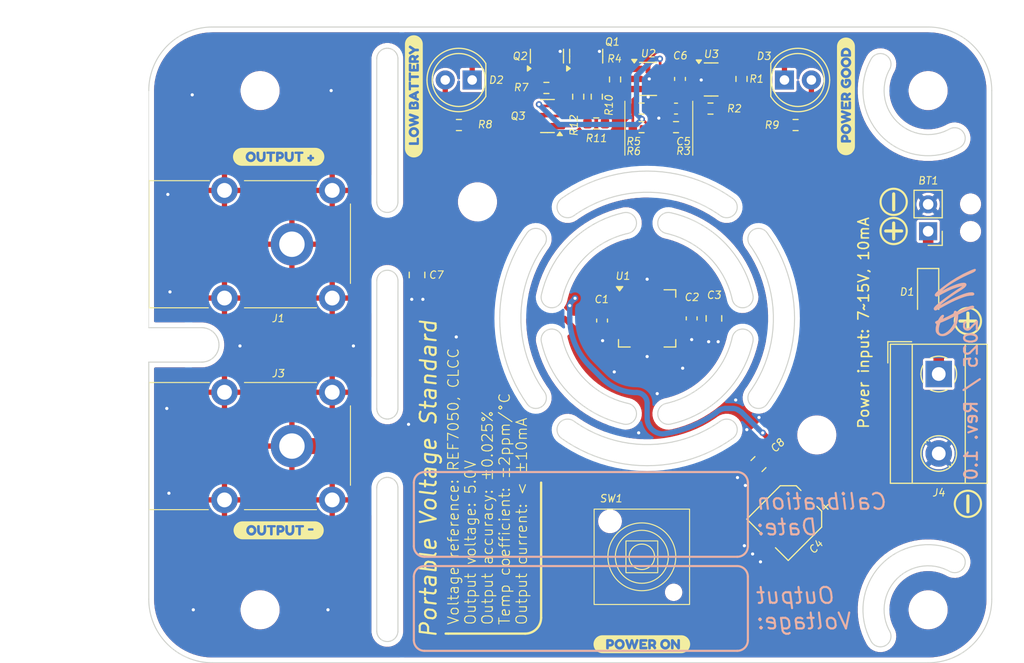
<source format=kicad_pcb>
(kicad_pcb (version 20240108) (generator "pcbnew") (generator_version "8.0")
  (title_block (title "Portable Voltage Standard") (date "2025-01-19") (rev "1.0") (company "Maxime Plasson"))
  (layers (0 "F.Cu" signal) (31 "B.Cu" signal) (34 "B.Paste" user) (35 "F.Paste" user) (36 "B.SilkS" user "B.Silkscreen") (37 "F.SilkS" user "F.Silkscreen") (38 "B.Mask" user) (39 "F.Mask" user) (44 "Edge.Cuts" user))
  (net 0 "")
  (net 1 "Net-(BT1-+)")
  (net 2 "GND")
  (net 3 "VCC")
  (net 4 "Net-(J1-Pin_1)")
  (net 5 "Net-(U2--)")
  (net 6 "/vref")
  (net 7 "Net-(D1-A)")
  (net 8 "Net-(D2-A)")
  (net 9 "Net-(D2-K)")
  (net 10 "Net-(D3-A)")
  (net 11 "Net-(D3-K)")
  (net 12 "Net-(J3-Pin_1)")
  (net 13 "Net-(Q1-G)")
  (net 14 "Net-(Q2-G)")
  (net 15 "Net-(Q3-D)")
  (net 16 "Net-(Q3-G)")
  (net 17 "Net-(R11-Pad2)")
  (net 18 "Net-(U2-+)")
  (net 21 "Net-(U1-OUTS)")
  (footprint "kibuzzard-678D0B69" (layer "F.Cu") (at 156 116.75)
    (property "Reference" "kibuzzard-678D0B69" (hide yes))
    (property "Value" "G***" (hide yes))
  )
  (footprint "Package_LCC:Analog_LCC-8_5x5mm_P1.27mm" (layer "F.Cu") (at 156.5 86)
    (property "Reference" "U1")
    (property "Value" "REF7050")
  )
  (footprint "Capacitor_SMD:C_0805_2012Metric" (layer "F.Cu") (at 162.8 86 -90)
    (property "Reference" "C3")
    (property "Value" "22uF")
  )
  (footprint "MountingHole:MountingHole_3.2mm_M3" (layer "F.Cu") (at 172.5 97)
    (property "Reference" "H5" (hide yes))
    (property "Value" "MountingHole")
  )
  (footprint "TerminalBlock_MetzConnect:TerminalBlock_MetzConnect_Type171_RT13702HBWC_1x02_P7.50mm_Horizontal" (layer "F.Cu") (at 184 91.25 -90)
    (property "Reference" "J4")
    (property "Value" "AUX_POWER")
  )
  (footprint "Capacitor_SMD:C_0603_1608Metric" (layer "F.Cu") (at 159.225 66.2 180)
    (property "Reference" "C5")
    (property "Value" "100nF")
  )
  (footprint "MountingHole:MountingHole_3.2mm_M3" (layer "F.Cu") (at 183 64.5)
    (property "Reference" "H3" (hide yes))
    (property "Value" "MountingHole")
  )
  (footprint "KICAD_GENERAL_LIBRARY:banana_socket_24.245.1_Amass_rouge" (layer "F.Cu") (at 121.72 79)
    (property "Reference" "J1")
    (property "Value" "OUTF")
  )
  (footprint "kibuzzard-678D0758" (layer "F.Cu") (at 121.75 106)
    (property "Reference" "kibuzzard-678D0758" (hide yes))
    (property "Value" "G***" (hide yes))
  )
  (footprint "Package_TO_SOT_SMD:SOT-23" (layer "F.Cu") (at 147.1 66.9 180)
    (property "Reference" "Q3")
    (property "Value" "AO3401A")
  )
  (footprint "Capacitor_SMD:C_0805_2012Metric" (layer "F.Cu") (at 134.8 81.9 -90)
    (property "Reference" "C7")
    (property "Value" "22uF")
  )
  (footprint "MountingHole:MountingHole_3.2mm_M3" (layer "F.Cu") (at 187 75.2 90)
    (property "Reference" "H3" (hide yes))
    (property "Value" "MountingHole")
  )
  (footprint "LED_THT:LED_D5.0mm" (layer "F.Cu") (at 140 63.5 180)
    (property "Reference" "D2")
    (property "Value" "LOW_VOLTAGE")
  )
  (footprint "KICAD_GENERAL_LIBRARY:banana_socket_24.245.2_Amass_noire" (layer "F.Cu") (at 121.72 98.05)
    (property "Reference" "J3")
    (property "Value" "GND")
  )
  (footprint "Package_TO_SOT_SMD:SOT-23" (layer "F.Cu") (at 162.5375 63.45)
    (property "Reference" "U3")
    (property "Value" "LM4040DBZ-2.5")
  )
  (footprint "Resistor_SMD:R_0603_1608Metric" (layer "F.Cu") (at 155.975 66.2)
    (property "Reference" "R5")
    (property "Value" "300k")
  )
  (footprint "kibuzzard-678D073D" (layer "F.Cu") (at 121.75 70.75)
    (property "Reference" "kibuzzard-678D073D" (hide yes))
    (property "Value" "G***" (hide yes))
  )
  (footprint "MountingHole:MountingHole_3.2mm_M3" (layer "F.Cu") (at 120 113.5)
    (property "Reference" "H2" (hide yes))
    (property "Value" "MountingHole")
  )
  (footprint "Resistor_SMD:R_0603_1608Metric" (layer "F.Cu") (at 170.5 67.75)
    (property "Reference" "R9")
    (property "Value" "1k")
  )
  (footprint "Capacitor_SMD:CP_Elec_5x5.3" (layer "F.Cu") (at 169.805635 104.944365 -135)
    (property "Reference" "C4")
    (property "Value" "10uF")
  )
  (footprint "Package_TO_SOT_SMD:SOT-23-5" (layer "F.Cu") (at 156.5875 63.4)
    (property "Reference" "U2")
    (property "Value" "NCS333")
  )
  (footprint "Resistor_SMD:R_0603_1608Metric" (layer "F.Cu") (at 151.75 65.075 90)
    (property "Reference" "R10")
    (property "Value" "1Meg")
  )
  (footprint "Capacitor_SMD:C_0603_1608Metric" (layer "F.Cu") (at 159.6 63.4 -90)
    (property "Reference" "C6")
    (property "Value" "100nF")
  )
  (footprint "Resistor_SMD:R_0603_1608Metric" (layer "F.Cu") (at 162.475 66.2 180)
    (property "Reference" "R2")
    (property "Value" "470k")
  )
  (footprint "Diode_SMD:D_SOD-123F" (layer "F.Cu") (at 183 83.5 -90)
    (property "Reference" "D1")
    (property "Value" "K14")
  )
  (footprint "Capacitor_SMD:C_0805_2012Metric" (layer "F.Cu") (at 167 99.75 -135)
    (property "Reference" "C8")
    (property "Value" "1uF")
  )
  (footprint "Resistor_SMD:R_0603_1608Metric" (layer "F.Cu") (at 150 65.075 -90)
    (property "Reference" "R12")
    (property "Value" "100")
  )
  (footprint "LED_THT:LED_D5.0mm" (layer "F.Cu") (at 169.45 63.5)
    (property "Reference" "D3")
    (property "Value" "POWER_GOOD")
  )
  (footprint "NetTie:NetTie-2_SMD_Pad0.5mm" (layer "F.Cu") (at 147.3 86)
    (property "Reference" "NT1" (hide yes))
    (property "Value" "NetTie_2" (hide yes))
  )
  (footprint "Resistor_SMD:R_0603_1608Metric" (layer "F.Cu") (at 165.4 63.4 90)
    (property "Reference" "R1")
    (property "Value" "33k")
  )
  (footprint "MountingHole:MountingHole_3.2mm_M3" (layer "F.Cu") (at 183 113.5)
    (property "Reference" "H4" (hide yes))
    (property "Value" "MountingHole")
  )
  (footprint "Capacitor_SMD:C_0603_1608Metric" (layer "F.Cu") (at 152.25 86.2 -90)
    (property "Reference" "C1")
    (property "Value" "100nF")
  )
  (footprint "kibuzzard-678D07AC" (layer "F.Cu") (at 175.25 65.045 90)
    (property "Reference" "kibuzzard-678D07AC" (hide yes))
    (property "Value" "G***" (hide yes))
  )
  (footprint "Connector_PinHeader_2.54mm:PinHeader_1x02_P2.54mm_Vertical" (layer "F.Cu") (at 183 77.775 180)
    (property "Reference" "BT1")
    (property "Value" "9V_Battery")
  )
  (footprint "kibuzzard-678D0795" (layer "F.Cu") (at 134.5 65.045 90)
    (property "Reference" "kibuzzard-678D0795" (hide yes))
    (property "Value" "G***" (hide yes))
  )
  (footprint "Resistor_SMD:R_0603_1608Metric" (layer "F.Cu") (at 147 64.25)
    (property "Reference" "R7")
    (property "Value" "100")
  )
  (footprint "Resistor_SMD:R_0603_1608Metric" (layer "F.Cu") (at 155.975 67.95)
    (property "Reference" "R6")
    (property "Value" "300k")
  )
  (footprint "MountingHole:MountingHole_3.2mm_M3" (layer "F.Cu") (at 187 77.8 90)
    (property "Reference" "H3" (hide yes))
    (property "Value" "MountingHole")
  )
  (footprint "Capacitor_SMD:C_0603_1608Metric" (layer "F.Cu") (at 160.7 86 -90)
    (property "Reference" "C2")
    (property "Value" "100n")
  )
  (footprint "MountingHole:MountingHole_3.2mm_M3" (layer "F.Cu") (at 140.5 75)
    (property "Reference" "H6" (hide yes))
    (property "Value" "MountingHole")
  )
  (footprint "MountingHole:MountingHole_3.2mm_M3" (layer "F.Cu") (at 120 64.5)
    (property "Reference" "H1" (hide yes))
    (property "Value" "MountingHole")
  )
  (footprint "Package_TO_SOT_SMD:SOT-23" (layer "F.Cu") (at 150.75 61.25 90)
    (property "Reference" "Q1")
    (property "Value" "AO3400A")
  )
  (footprint "Resistor_SMD:R_0603_1608Metric" (layer "F.Cu") (at 153.475 63.45 -90)
    (property "Reference" "R4")
    (property "Value" "1Meg")
  )
  (footprint "Package_TO_SOT_SMD:SOT-23" (layer "F.Cu") (at 147.05 61.25 90)
    (property "Reference" "Q2")
    (property "Value" "AO3400A")
  )
  (footprint "NetTie:NetTie-2_SMD_Pad0.5mm" (layer "F.Cu") (at 123 76.8 -90)
    (property "Reference" "NT2" (hide yes))
    (property "Value" "NetTie_2" (hide yes))
  )
  (footprint "KICAD_GENERAL_LIBRARY:SPEF210200" (layer "F.Cu") (at 156 108.5)
    (property "Reference" "SW1")
    (property "Value" "SW_Push_SPDT")
  )
  (footprint "Resistor_SMD:R_0603_1608Metric" (layer "F.Cu") (at 159.225 67.95 180)
    (property "Reference" "R3")
    (property "Value" "100k")
  )
  (footprint "Resistor_SMD:R_0603_1608Metric" (layer "F.Cu") (at 138.75 67.75 180)
    (property "Reference" "R8")
    (property "Value" "1k")
  )
  (footprint "Resistor_SMD:R_0603_1608Metric" (layer "F.Cu") (at 151.7 67.6)
    (property "Reference" "R11")
    (property "Value" "100")
  )
  (footprint "KICAD_GENERAL_LIBRARY:Initiales" (layer "B.Cu") (at 185.5 84.5 -90)
    (property "Reference" "G***" (hide yes))
    (property "Value" "LOGO" (hide yes))
  )
  (gr_arc (start 147.773265 74.026108) (mid 157.121722 71.196505) (end 166.199999 74.800001) (stroke (width 0.5)) (layer "F.Cu") (net 21))
  (gr_arc (start 163 94.9) (mid 160.62248 96.2062) (end 158 96.899999) (stroke (width 0.5)) (layer "B.Cu") (net 3))
  (gr_arc (start 165 100.5) (mid 165.707107 100.792893) (end 166 101.5) (stroke (width 0.2)) (layer "B.SilkS"))
  (gr_arc (start 134.5 110.375) (mid 134.792893 109.667893) (end 135.5 109.375) (stroke (width 0.2)) (layer "B.SilkS"))
  (gr_line (start 135.5 109.375) (end 165 109.375) (stroke (width 0.2)) (layer "B.SilkS"))
  (gr_line (start 166 101.5) (end 166 107.5) (stroke (width 0.2)) (layer "B.SilkS"))
  (gr_arc (start 165 109.375) (mid 165.707107 109.667893) (end 166 110.375) (stroke (width 0.2)) (layer "B.SilkS"))
  (gr_arc (start 166 116.375) (mid 165.707107 117.082107) (end 165 117.375) (stroke (width 0.2)) (layer "B.SilkS"))
  (gr_arc (start 134.5 101.5) (mid 134.792893 100.792893) (end 135.5 100.5) (stroke (width 0.2)) (layer "B.SilkS"))
  (gr_line (start 134.5 107.5) (end 134.5 101.5) (stroke (width 0.2)) (layer "B.SilkS"))
  (gr_line (start 166 110.375) (end 166 116.375) (stroke (width 0.2)) (layer "B.SilkS"))
  (gr_arc (start 166 107.5) (mid 165.707107 108.207107) (end 165 108.5) (stroke (width 0.2)) (layer "B.SilkS"))
  (gr_line (start 135.5 100.5) (end 165 100.5) (stroke (width 0.2)) (layer "B.SilkS"))
  (gr_arc (start 135.5 108.5) (mid 134.792893 108.207107) (end 134.5 107.5) (stroke (width 0.2)) (layer "B.SilkS"))
  (gr_arc (start 135.5 117.375) (mid 134.792893 117.082107) (end 134.5 116.375) (stroke (width 0.2)) (layer "B.SilkS"))
  (gr_line (start 165 117.375) (end 135.5 117.375) (stroke (width 0.2)) (layer "B.SilkS"))
  (gr_line (start 165 108.5) (end 135.5 108.5) (stroke (width 0.2)) (layer "B.SilkS"))
  (gr_line (start 134.5 116.375) (end 134.5 110.375) (stroke (width 0.2)) (layer "B.SilkS"))
  (gr_line (start 137.5 115.75) (end 137.75 115.75) (stroke (width 0.22)) (layer "F.SilkS"))
  (gr_line (start 154.4 65.5) (end 154.4 70.6) (stroke (width 0.1)) (layer "F.SilkS"))
  (gr_line (start 186.75 87) (end 186.75 85.5) (stroke (width 0.3)) (layer "F.SilkS"))
  (gr_circle (center 186.75 103.5) (end 187.62479 104.37479) (stroke (width 0.2)) (fill none) (layer "F.SilkS"))
  (gr_line (start 186.75 104.25) (end 186.75 102.75) (stroke (width 0.3)) (layer "F.SilkS"))
  (gr_line (start 179.75 75.75) (end 179.75 74.25) (stroke (width 0.3)) (layer "F.SilkS"))
  (gr_line (start 180.5 77.75) (end 179 77.75) (stroke (width 0.3)) (layer "F.SilkS"))
  (gr_circle (center 186.75 86.25) (end 187.62479 87.12479) (stroke (width 0.2)) (fill none) (layer "F.SilkS"))
  (gr_line (start 160.8 65.5) (end 160.8 70.6) (stroke (width 0.1)) (layer "F.SilkS"))
  (gr_arc (start 146.5 114.25) (mid 146.06066 115.31066) (end 145 115.75) (stroke (width 0.22)) (layer "F.SilkS"))
  (gr_line (start 146.5 114.25) (end 146.5 101.5) (stroke (width 0.22)) (layer "F.SilkS"))
  (gr_line (start 187.5 86.25) (end 186 86.25) (stroke (width 0.3)) (layer "F.SilkS"))
  (gr_circle (center 179.75 77.75) (end 180.62479 78.62479) (stroke (width 0.2)) (fill none) (layer "F.SilkS"))
  (gr_line (start 137.75 115.75) (end 145 115.75) (stroke (width 0.22)) (layer "F.SilkS"))
  (gr_circle (center 179.75 75) (end 180.62479 75.87479) (stroke (width 0.2)) (fill none) (layer "F.SilkS"))
  (gr_line (start 179.75 78.5) (end 179.75 77) (stroke (width 0.3)) (layer "F.SilkS"))
  (gr_line (start 132.995185 94.598017) (end 132.95694 94.790285) (stroke (width 0.1)) (layer "Edge.Cuts"))
  (gr_line (start 131.368015 81.677982) (end 131.531011 81.569071) (stroke (width 0.1)) (layer "Edge.Cuts"))
  (gr_line (start 131.528603 116.381921) (end 131.365607 116.27301) (stroke (width 0.1)) (layer "Edge.Cuts"))
  (gr_line (start 132.098017 116.495185) (end 131.901983 116.495185) (stroke (width 0.1)) (layer "Edge.Cuts"))
  (gr_line (start 131.709715 95.45694) (end 131.528603 95.381921) (stroke (width 0.1)) (layer "Edge.Cuts"))
  (gr_line (start 132.77301 75.634393) (end 132.634393 75.77301) (stroke (width 0.1)) (layer "Edge.Cuts"))
  (gr_line (start 132.471397 75.881921) (end 132.290285 75.95694) (stroke (width 0.1)) (layer "Edge.Cuts"))
  (gr_line (start 115.045634 86.971421) (end 115.195051 87.033312) (stroke (width 0.1)) (layer "Edge.Cuts"))
  (gr_line (start 131.365607 116.27301) (end 131.22699 116.134393) (stroke (width 0.1)) (layer "Edge.Cuts"))
  (gr_line (start 132.100425 81.455807) (end 132.292693 81.494052) (stroke (width 0.1)) (layer "Edge.Cuts"))
  (gr_line (start 131.004815 75.098017) (end 131 75) (stroke (width 0.1)) (layer "Edge.Cuts"))
  (gr_line (start 115.703419 89.589059) (end 115.589059 89.703419) (stroke (width 0.1)) (layer "Edge.Cuts"))
  (gr_line (start 131.22699 60.865607) (end 131.365607 60.72699) (stroke (width 0.1)) (layer "Edge.Cuts"))
  (gr_line (start 132.881921 101.528603) (end 132.95694 101.709715) (stroke (width 0.1)) (layer "Edge.Cuts"))
  (gr_line (start 132.634393 75.77301) (end 132.471397 75.881921) (stroke (width 0.1)) (layer "Edge.Cuts"))
  (gr_line (start 132.77301 101.365607) (end 132.881921 101.528603) (stroke (width 0.1)) (layer "Edge.Cuts"))
  (gr_line (start 189 64.5) (end 189 112.5) (stroke (width 0.1)) (layer "Edge.Cuts"))
  (gr_line (start 114.5 86.875) (end 114.539258 86.875964) (stroke (width 0.1)) (layer "Edge.Cuts"))
  (gr_line (start 114.5 90.125) (end 109.5 90.125) (stroke (width 0.1)) (layer "Edge.Cuts"))
  (gr_poly (pts (xy 155.781684 99.884919) (xy 155.065287 99.829264) (xy 154.352722 99.736672) (xy 153.645892 99.607388) (xy 152.946685 99.44176) (xy 152.25697 99.240228) (xy 151.578587 99.003332) (xy 150.91335 98.731704) (xy 150.263034 98.426069) (xy 149.629378 98.087245) (xy 149.014073 97.716136) (xy 148.418763 97.313732) (xy 148.279136 97.193075) (xy 148.164058 97.048815) (xy 148.077447 96.885867) (xy 148.022252 96.709778) (xy 148.000353 96.526545) (xy 148.012497 96.342408) (xy 148.058268 96.163638) (xy 148.136109 95.996322) (xy 148.243369 95.846158) (xy 148.376395 95.71826) (xy 148.530657 95.616984) (xy 148.700902 95.545777) (xy 148.881333 95.507065) (xy 149.065804 95.502166) (xy 149.248035 95.531248) (xy 149.421819 95.593319) (xy 149.581239 95.686266) (xy 149.854378 95.881409) (xy 150.42182 96.240229) (xy 151.008583 96.566499) (xy 151.612801 96.859182) (xy 152.232553 97.117349) (xy 152.865869 97.340179) (xy 153.510737 97.526963) (xy 154.165106 97.677107) (xy 154.826897 97.790135) (xy 155.494006 97.865687) (xy 156.164313 97.903524) (xy 156.835687 97.903524) (xy 157.505994 97.865687) (xy 158.173103 97.790135) (xy 158.834894 97.677107) (xy 159.489263 97.526963) (xy 160.134131 97.340179) (xy 160.767447 97.117349) (xy 161.387199 96.859182) (xy 161.991417 96.566499) (xy 162.57818 96.240229) (xy 163.145622 95.881409) (xy 163.418761 95.686266) (xy 163.578181 95.593319) (xy 163.751965 95.531248) (xy 163.934196 95.502166) (xy 164.118667 95.507065) (xy 164.299098 95.545777) (xy 164.469343 95.616984) (xy 164.623605 95.71826) (xy 164.756631 95.846158) (xy 164.863891 95.996322) (xy 164.941732 96.163638) (xy 164.987503 96.342408) (xy 164.999647 96.526545) (xy 164.977748 96.709778) (xy 164.922553 96.885867) (xy 164.835942 97.048815) (xy 164.720864 97.193075) (xy 164.581237 97.313732) (xy 163.985927 97.716136) (xy 163.370622 98.087245) (xy 162.736966 98.426069) (xy 162.08665 98.731704) (xy 161.421413 99.003332) (xy 160.74303 99.240228) (xy 160.053315 99.44176) (xy 159.354108 99.607388) (xy 158.647278 99.736672) (xy 157.934713 99.829264) (xy 157.218316 99.884919) (xy 156.5 99.903487)) (stroke (width 0.1)) (fill none) (layer "Edge.Cuts"))
  (gr_line (start 131.901983 116.495185) (end 131.709715 116.45694) (stroke (width 0.1)) (layer "Edge.Cuts"))
  (gr_line (start 131.118079 94.971397) (end 131.04306 94.790285) (stroke (width 0.1)) (layer "Edge.Cuts"))
  (gr_line (start 115.333357 87.107239) (end 115.467829 87.19709) (stroke (width 0.1)) (layer "Edge.Cuts"))
  (gr_line (start 133 94.5) (end 132.995185 94.598017) (stroke (width 0.1)) (layer "Edge.Cuts"))
  (gr_line (start 131.118079 61.028603) (end 131.22699 60.865607) (stroke (width 0.1)) (layer "Edge.Cuts"))
  (gr_line (start 132.098017 60.504815) (end 132.290285 60.54306) (stroke (width 0.1)) (layer "Edge.Cuts"))
  (gr_line (start 131.901983 75.995185) (end 131.709715 75.95694) (stroke (width 0.1)) (layer "Edge.Cuts"))
  (gr_line (start 131.045468 82.160707) (end 131.120487 81.979595) (stroke (width 0.1)) (layer "Edge.Cuts"))
  (gr_line (start 132.290285 75.95694) (end 132.098017 75.995185) (stroke (width 0.1)) (layer "Edge.Cuts"))
  (gr_line (start 131.004815 101.901983) (end 131.04306 101.709715) (stroke (width 0.1)) (layer "Edge.Cuts"))
  (gr_line (start 132.098017 101.004815) (end 132.290285 101.04306) (stroke (width 0.1)) (layer "Edge.Cuts"))
  (gr_line (start 114.895554 90.074105) (end 114.736933 90.105656) (stroke (width 0.1)) (layer "Edge.Cuts"))
  (gr_line (start 132.098017 75.995185) (end 131.901983 75.995185) (stroke (width 0.1)) (layer "Edge.Cuts"))
  (gr_line (start 131.22699 101.365607) (end 131.365607 101.22699) (stroke (width 0.1)) (layer "Edge.Cuts"))
  (gr_line (start 132.95694 94.790285) (end 132.881921 94.971397) (stroke (width 0.1)) (layer "Edge.Cuts"))
  (gr_line (start 131.365607 75.77301) (end 131.22699 75.634393) (stroke (width 0.1)) (layer "Edge.Cuts"))
  (gr_line (start 132.95694 115.790285) (end 132.881921 115.971397) (stroke (width 0.1)) (layer "Edge.Cuts"))
  (gr_line (start 131.04306 75.290285) (end 131.004815 75.098017) (stroke (width 0.1)) (layer "Edge.Cuts"))
  (gr_line (start 114.539258 86.875964) (end 114.620122 86.879937) (stroke (width 0.1)) (layer "Edge.Cuts"))
  (gr_arc (start 115.5 118.5) (mid 111.257359 116.742641) (end 109.5 112.5) (stroke (width 0.1)) (layer "Edge.Cuts"))
  (gr_line (start 115.5 58.5) (end 183 58.5) (stroke (width 0.1)) (layer "Edge.Cuts"))
  (gr_arc (start 189 112.5) (mid 187.242641 116.742641) (end 183 118.5) (stroke (width 0.1)) (layer "Edge.Cuts"))
  (gr_line (start 132.881921 61.028603) (end 132.95694 61.209715) (stroke (width 0.1)) (layer "Edge.Cuts"))
  (gr_line (start 132.290285 116.45694) (end 132.098017 116.495185) (stroke (width 0.1)) (layer "Edge.Cuts"))
  (gr_line (start 131.712123 81.494052) (end 131.904391 81.455807) (stroke (width 0.1)) (layer "Edge.Cuts"))
  (gr_line (start 131.229398 81.816599) (end 131.368015 81.677982) (stroke (width 0.1)) (layer "Edge.Cuts"))
  (gr_line (start 131.22699 75.634393) (end 131.118079 75.471397) (stroke (width 0.1)) (layer "Edge.Cuts"))
  (gr_line (start 131.709715 75.95694) (end 131.528603 75.881921) (stroke (width 0.1)) (layer "Edge.Cuts"))
  (gr_line (start 114.539258 90.124036) (end 114.5 90.125) (stroke (width 0.1)) (layer "Edge.Cuts"))
  (gr_line (start 115.045634 90.028579) (end 114.895554 90.074105) (stroke (width 0.1)) (layer "Edge.Cuts"))
  (gr_line (start 132.471397 95.381921) (end 132.290285 95.45694) (stroke (width 0.1)) (layer "Edge.Cuts"))
  (gr_line (start 114.736933 86.894344) (end 114.895554 86.925895) (stroke (width 0.1)) (layer "Edge.Cuts"))
  (gr_line (start 131.365607 101.22699) (end 131.528603 101.118079) (stroke (width 0.1)) (layer "Edge.Cuts"))
  (gr_line (start 131.004815 61.401983) (end 131.04306 61.209715) (stroke (width 0.1)) (layer "Edge.Cuts"))
  (gr_poly (pts (xy 183.708085 107.393099) (xy 184.183797 107.467235) (xy 184.652249 107.57837) (xy 185.110568 107.725822) (xy 185.555943 107.908687) (xy 185.985643 108.125843) (xy 186.138 108.229964) (xy 186.268631 108.360307) (xy 186.373086 108.512435) (xy 186.44781 108.681166) (xy 186.490258 108.860754) (xy 186.498983 109.045084) (xy 186.473689 109.227879) (xy 186.415238 109.402914) (xy 186.325619 109.564228) (xy 186.207884 109.706328) (xy 186.066044 109.824375) (xy 185.904927 109.914349) (xy 185.730021 109.973186) (xy 185.547283 109.998882) (xy 185.362933 109.990562) (xy 185.183252 109.94851) (xy 185.014357 109.874157) (xy 184.84063 109.777704) (xy 184.476371 109.618797) (xy 184.098589 109.495439) (xy 183.710744 109.40876) (xy 183.31639 109.359553) (xy 182.919138 109.348269) (xy 182.522627 109.375013) (xy 182.130488 109.439538) (xy 181.746313 109.541254) (xy 181.37362 109.679228) (xy 181.015825 109.852199) (xy 180.676202 110.05858) (xy 180.357864 110.296482) (xy 180.063726 110.563726) (xy 179.796482 110.857864) (xy 179.55858 111.176202) (xy 179.352199 111.515825) (xy 179.179228 111.87362) (xy 179.041254 112.246313) (xy 178.939538 112.630488) (xy 178.875013 113.022627) (xy 178.848269 113.419138) (xy 178.859553 113.81639) (xy 178.90876 114.210744) (xy 178.995439 114.598589) (xy 179.118797 114.976371) (xy 179.277704 115.34063) (xy 179.374157 115.514357) (xy 179.44851 115.683252) (xy 179.490562 115.862933) (xy 179.498882 116.047283) (xy 179.473186 116.230021) (xy 179.414349 116.404927) (xy 179.324375 116.566044) (xy 179.206328 116.707884) (xy 179.064228 116.825619) (xy 178.902914 116.915238) (xy 178.727879 116.973689) (xy 178.545084 116.998983) (xy 178.360754 116.990258) (xy 178.181166 116.94781) (xy 178.012435 116.873086) (xy 177.860307 116.768631) (xy 177.729964 116.638) (xy 177.625843 116.485643) (xy 177.408687 116.055943) (xy 177.225822 115.610568) (xy 177.07837 115.152249) (xy 176.967235 114.683797) (xy 176.893099 114.208085) (xy 176.856415 113.72803) (xy 176.857411 113.246576) (xy 176.896078 112.766677) (xy 176.97218 112.291275) (xy 177.085251 111.823287) (xy 177.234596 111.365581) (xy 177.4193 110.920966) (xy 177.63823 110.492168) (xy 177.890044 110.081816) (xy 178.173197 109.692428) (xy 178.485952 109.326392) (xy 178.826392 108.985952) (xy 179.192428 108.673197) (xy 179.581816 108.390044) (xy 179.992168 108.13823) (xy 180.420966 107.9193) (xy 180.865581 107.734596) (xy 181.323287 107.585251) (xy 181.791275 107.47218) (xy 182.266677 107.396078) (xy 182.746576 107.357411) (xy 183.22803 107.356415)) (stroke (width 0.1)) (fill none) (layer "Edge.Cuts"))
  (gr_line (start 131 61.5) (end 131.004815 61.401983) (stroke (width 0.1)) (layer "Edge.Cuts"))
  (gr_line (start 131.118079 101.528603) (end 131.22699 101.365607) (stroke (width 0.1)) (layer "Edge.Cuts"))
  (gr_line (start 133 94.5) (end 133.002408 82.450992) (stroke (width 0.1)) (layer "Edge.Cuts"))
  (gr_line (start 115.467829 87.19709) (end 115.589059 87.296581) (stroke (width 0.1)) (layer "Edge.Cuts"))
  (gr_line (start 114.895554 86.925895) (end 115.045634 86.971421) (stroke (width 0.1)) (layer "Edge.Cuts"))
  (gr_line (start 131.904391 81.455807) (end 132.100425 81.455807) (stroke (width 0.1)) (layer "Edge.Cuts"))
  (gr_line (start 131.528603 75.881921) (end 131.365607 75.77301) (stroke (width 0.1)) (layer "Edge.Cuts"))
  (gr_poly (pts (xy 178.727879 61.026311) (xy 178.902914 61.084762) (xy 179.064228 61.174381) (xy 179.206328 61.292116) (xy 179.324375 61.433956) (xy 179.414349 61.595073) (xy 179.473186 61.769979) (xy 179.498882 61.952717) (xy 179.490562 62.137067) (xy 179.44851 62.316748) (xy 179.374157 62.485643) (xy 179.277704 62.65937) (xy 179.118797 63.023629) (xy 178.995439 63.401411) (xy 178.90876 63.789256) (xy 178.859553 64.18361) (xy 178.848269 64.580862) (xy 178.875013 64.977373) (xy 178.939538 65.369512) (xy 179.041254 65.753687) (xy 179.179228 66.12638) (xy 179.352199 66.484175) (xy 179.55858 66.823798) (xy 179.796482 67.142136) (xy 180.063726 67.436274) (xy 180.357864 67.703518) (xy 180.676202 67.94142) (xy 181.015825 68.147801) (xy 181.37362 68.320772) (xy 181.746313 68.458746) (xy 182.130488 68.560462) (xy 182.522627 68.624987) (xy 182.919138 68.651731) (xy 183.31639 68.640447) (xy 183.710744 68.59124) (xy 184.098589 68.504561) (xy 184.476371 68.381203) (xy 184.84063 68.222296) (xy 185.014357 68.125843) (xy 185.183252 68.05149) (xy 185.362933 68.009438) (xy 185.547283 68.001118) (xy 185.730021 68.026814) (xy 185.904927 68.085651) (xy 186.066044 68.175625) (xy 186.207884 68.293672) (xy 186.325619 68.435772) (xy 186.415238 68.597086) (xy 186.473689 68.772121) (xy 186.498983 68.954916) (xy 186.490258 69.139246) (xy 186.44781 69.318834) (xy 186.373086 69.487565) (xy 186.268631 69.639693) (xy 186.138 69.770036) (xy 185.985643 69.874157) (xy 185.555943 70.091313) (xy 185.110568 70.274178) (xy 184.652249 70.42163) (xy 184.183797 70.532765) (xy 183.708085 70.606901) (xy 183.22803 70.643585) (xy 182.746576 70.642589) (xy 182.266677 70.603922) (xy 181.791275 70.52782) (xy 181.323287 70.414749) (xy 180.865581 70.265404) (xy 180.420966 70.0807) (xy 179.992168 69.86177) (xy 179.581816 69.609956) (xy 179.192428 69.326803) (xy 178.826392 69.014048) (xy 178.485952 68.673608) (xy 178.173197 68.307572) (xy 177.890044 67.918184) (xy 177.63823 67.507832) (xy 177.4193 67.079034) (xy 177.234596 66.634419) (xy 177.085251 66.176713) (xy 176.97218 65.708725) (xy 176.896078 65.233323) (xy 176.857411 64.753424) (xy 176.856415 64.27197) (xy 176.893099 63.791915) (xy 176.967235 63.316203) (xy 177.07837 62.847751) (xy 177.225822 62.389432) (xy 177.408687 61.944057) (xy 177.625843 61.514357) (xy 177.729964 61.362) (xy 177.860307 61.231369) (xy 178.012435 61.126914) (xy 178.181166 61.05219) (xy 178.360754 61.009742) (xy 178.545084 61.001017)) (stroke (width 0.1)) (fill none) (layer "Edge.Cuts"))
  (gr_arc (start 109.5 64.5) (mid 111.257359 60.257359) (end 115.5 58.5) (stroke (width 0.1)) (layer "Edge.Cuts"))
  (gr_line (start 132.634393 60.72699) (end 132.77301 60.865607) (stroke (width 0.1)) (layer "Edge.Cuts"))
  (gr_line (start 132.95694 75.290285) (end 132.881921 75.471397) (stroke (width 0.1)) (layer "Edge.Cuts"))
  (gr_poly (pts (xy 166.476187 88.21693) (xy 166.326266 88.80777) (xy 166.141386 89.388621) (xy 165.922205 89.957416) (xy 165.669501 90.512131) (xy 165.384175 91.050793) (xy 165.067242 91.571486) (xy 164.719828 92.072356) (xy 164.34317 92.551623) (xy 163.938608 93.007581) (xy 163.507581 93.438608) (xy 163.051623 93.84317) (xy 162.572356 94.219828) (xy 162.071486 94.567242) (xy 161.550793 94.884175) (xy 161.012131 95.169501) (xy 160.457416 95.422205) (xy 159.888621 95.641386) (xy 159.30777 95.826266) (xy 158.71693 95.976187) (xy 158.533863 95.999426) (xy 158.349642 95.988632) (xy 158.170542 95.94417) (xy 158.002661 95.867556) (xy 157.851716 95.761398) (xy 157.722847 95.629312) (xy 157.620444 95.475796) (xy 157.547993 95.306076) (xy 157.507961 95.125934) (xy 157.501712 94.941503) (xy 157.529459 94.759064) (xy 157.590256 94.58483) (xy 157.682033 94.424734) (xy 157.801666 94.284228) (xy 157.945079 94.168097) (xy 158.107389 94.080295) (xy 158.28307 94.023813) (xy 158.283069 94.023812) (xy 158.550664 93.964371) (xy 159.076731 93.81005) (xy 159.591348 93.621023) (xy 160.092227 93.39813) (xy 160.577143 93.142362) (xy 161.043942 92.854854) (xy 161.490548 92.536885) (xy 161.914977 92.189867) (xy 162.315343 91.815343) (xy 162.689867 91.414977) (xy 163.036885 90.990548) (xy 163.354854 90.543942) (xy 163.642362 90.077143) (xy 163.89813 89.592227) (xy 164.121023 89.091348) (xy 164.31005 88.576731) (xy 164.464371 88.050664) (xy 164.523812 87.783069) (xy 164.523813 87.78307) (xy 164.580295 87.607389) (xy 164.668097 87.445079) (xy 164.784228 87.301666) (xy 164.924734 87.182033) (xy 165.08483 87.090256) (xy 165.259064 87.029459) (xy 165.441503 87.001712) (xy 165.625934 87.007961) (xy 165.806076 87.047993) (xy 165.975796 87.120444) (xy 166.129312 87.222847) (xy 166.261398 87.351716) (xy 166.367556 87.502661) (xy 166.44417 87.670542) (xy 166.488632 87.849642) (xy 166.499426 88.033863)) (stroke (width 0.1)) (fill none) (layer "Edge.Cuts"))
  (gr_line (start 116.028579 89.045634) (end 115.966688 89.195051) (stroke (width 0.1)) (layer "Edge.Cuts"))
  (gr_line (start 132.881921 115.971397) (end 132.77301 116.134393) (stroke (width 0.1)) (layer "Edge.Cuts"))
  (gr_line (start 116.074105 88.104446) (end 116.105656 88.263067) (stroke (width 0.1)) (layer "Edge.Cuts"))
  (gr_line (start 132.634393 116.27301) (end 132.471397 116.381921) (stroke (width 0.1)) (layer "Edge.Cuts"))
  (gr_poly (pts (xy 158.71693 76.023813) (xy 159.30777 76.173734) (xy 159.888621 76.358614) (xy 160.457416 76.577795) (xy 161.012131 76.830499) (xy 161.550793 77.115825) (xy 162.071486 77.432758) (xy 162.572356 77.780172) (xy 163.051623 78.15683) (xy 163.507581 78.561392) (xy 163.938608 78.992419) (xy 164.34317 79.448377) (xy 164.719828 79.927644) (xy 165.067242 80.428514) (xy 165.384175 80.949207) (xy 165.669501 81.487869) (xy 165.922205 82.042584) (xy 166.141386 82.611379) (xy 166.326266 83.19223) (xy 166.476187 83.78307) (xy 166.499426 83.966137) (xy 166.488632 84.150358) (xy 166.44417 84.329458) (xy 166.367556 84.497339) (xy 166.261398 84.648284) (xy 166.129312 84.777153) (xy 165.975796 84.879556) (xy 165.806076 84.952007) (xy 165.625934 84.992039) (xy 165.441503 84.998288) (xy 165.259064 84.970541) (xy 165.08483 84.909744) (xy 164.924734 84.817967) (xy 164.784228 84.698334) (xy 164.668097 84.554921) (xy 164.580295 84.392611) (xy 164.523813 84.21693) (xy 164.523812 84.216931) (xy 164.464371 83.949336) (xy 164.31005 83.423269) (xy 164.121023 82.908652) (xy 163.89813 82.407773) (xy 163.642362 81.922857) (xy 163.354854 81.456058) (xy 163.036885 81.009452) (xy 162.689867 80.585023) (xy 162.315343 80.184657) (xy 161.914977 79.810133) (xy 161.490548 79.463115) (xy 161.043942 79.145146) (xy 160.577143 78.857638) (xy 160.092227 78.60187) (xy 159.591348 78.378977) (xy 159.076731 78.18995) (xy 158.550664 78.035629) (xy 158.283069 77.976188) (xy 158.28307 77.976187) (xy 158.107389 77.919705) (xy 157.945079 77.831903) (xy 157.801666 77.715772) (xy 157.682033 77.575266) (xy 157.590256 77.41517) (xy 157.529459 77.240936) (xy 157.501712 77.058497) (xy 157.507961 76.874066) (xy 157.547993 76.693924) (xy 157.620444 76.524204) (xy 157.722847 76.370688) (xy 157.851716 76.238602) (xy 158.002661 76.132444) (xy 158.170542 76.05583) (xy 158.349642 76.011368) (xy 158.533863 76.000574)) (stroke (width 0.1)) (fill none) (layer "Edge.Cuts"))
  (gr_line (start 132.95694 101.709715) (end 132.995185 101.901983) (stroke (width 0.1)) (layer "Edge.Cuts"))
  (gr_line (start 115.80291 89.467829) (end 115.703419 89.589059) (stroke (width 0.1)) (layer "Edge.Cuts"))
  (gr_line (start 132.098017 95.495185) (end 131.901983 95.495185) (stroke (width 0.1)) (layer "Edge.Cuts"))
  (gr_arc (start 183 58.5) (mid 187.242641 60.257359) (end 189 64.5) (stroke (width 0.1)) (layer "Edge.Cuts"))
  (gr_line (start 132.634393 101.22699) (end 132.77301 101.365607) (stroke (width 0.1)) (layer "Edge.Cuts"))
  (gr_line (start 115.80291 87.532171) (end 115.892761 87.666643) (stroke (width 0.1)) (layer "Edge.Cuts"))
  (gr_line (start 131.22699 95.134393) (end 131.118079 94.971397) (stroke (width 0.1)) (layer "Edge.Cuts"))
  (gr_line (start 131 75) (end 131 61.5) (stroke (width 0.1)) (layer "Edge.Cuts"))
  (gr_line (start 115.467829 89.80291) (end 115.333357 89.892761) (stroke (width 0.1)) (layer "Edge.Cuts"))
  (gr_poly (pts (xy 154.28307 95.976187) (xy 153.69223 95.826266) (xy 153.111379 95.641386) (xy 152.542584 95.422205) (xy 151.987869 95.169501) (xy 151.449207 94.884175) (xy 150.928514 94.567242) (xy 150.427644 94.219828) (xy 149.948377 93.84317) (xy 149.492419 93.438608) (xy 149.061392 93.007581) (xy 148.65683 92.551623) (xy 148.280172 92.072356) (xy 147.932758 91.571486) (xy 147.615825 91.050793) (xy 147.330499 90.512131) (xy 147.077795 89.957416) (xy 146.858614 89.388621) (xy 146.673734 88.80777) (xy 146.523813 88.21693) (xy 146.500574 88.033863) (xy 146.511368 87.849642) (xy 146.55583 87.670542) (xy 146.632444 87.502661) (xy 146.738602 87.351716) (xy 146.870688 87.222847) (xy 147.024204 87.120444) (xy 147.193924 87.047993) (xy 147.374066 87.007961) (xy 147.558497 87.001712) (xy 147.740936 87.029459) (xy 147.91517 87.090256) (xy 148.075266 87.182033) (xy 148.215772 87.301666) (xy 148.331903 87.445079) (xy 148.419705 87.607389) (xy 148.476187 87.78307) (xy 148.476188 87.783069) (xy 148.535629 88.050664) (xy 148.68995 88.576731) (xy 148.878977 89.091348) (xy 149.10187 89.592227) (xy 149.357638 90.077143) (xy 149.645146 90.543942) (xy 149.963115 90.990548) (xy 150.310133 91.414977) (xy 150.684657 91.815343) (xy 151.085023 92.189867) (xy 151.509452 92.536885) (xy 151.956058 92.854854) (xy 152.422857 93.142362) (xy 152.907773 93.39813) (xy 153.408652 93.621023) (xy 153.923269 93.81005) (xy 154.449336 93.964371) (xy 154.716931 94.023812) (xy 154.71693 94.023813) (xy 154.892611 94.080295) (xy 155.054921 94.168097) (xy 155.198334 94.284228) (xy 155.317967 94.424734) (xy 155.409744 94.58483) (xy 155.470541 94.759064) (xy 155.498288 94.941503) (xy 155.492039 95.125934) (xy 155.452007 95.306076) (xy 155.379556 95.475796) (xy 155.277153 95.629312) (xy 155.148284 95.761398) (xy 154.997339 95.867556) (xy 154.829458 95.94417) (xy 154.650358 95.988632) (xy 154.466137 95.999426)) (stroke (width 0.1)) (fill none) (layer "Edge.Cuts"))
  (gr_line (start 132.995185 115.598017) (end 132.95694 115.790285) (stroke (width 0.1)) (layer "Edge.Cuts"))
  (gr_line (start 109.5 86.875) (end 109.5 64.5) (stroke (width 0.05)) (layer "Edge.Cuts"))
  (gr_line (start 132.77301 95.134393) (end 132.634393 95.27301) (stroke (width 0.1)) (layer "Edge.Cuts"))
  (gr_line (start 116.121027 88.580864) (end 116.105656 88.736933) (stroke (width 0.1)) (layer "Edge.Cuts"))
  (gr_line (start 115.195051 87.033312) (end 115.333357 87.107239) (stroke (width 0.1)) (layer "Edge.Cuts"))
  (gr_line (start 132.290285 95.45694) (end 132.098017 95.495185) (stroke (width 0.1)) (layer "Edge.Cuts"))
  (gr_line (start 132.636801 81.677982) (end 132.775418 81.816599) (stroke (width 0.1)) (layer "Edge.Cuts"))
  (gr_line (start 131.04306 61.209715) (end 131.118079 61.028603) (stroke (width 0.1)) (layer "Edge.Cuts"))
  (gr_line (start 132.995185 61.401983) (end 133 61.5) (stroke (width 0.1)) (layer "Edge.Cuts"))
  (gr_line (start 132.995185 101.901983) (end 133 102) (stroke (width 0.1)) (layer "Edge.Cuts"))
  (gr_line (start 133 115.5) (end 132.995185 115.598017) (stroke (width 0.1)) (layer "Edge.Cuts"))
  (gr_line (start 132.471397 116.381921) (end 132.290285 116.45694) (stroke (width 0.1)) (layer "Edge.Cuts"))
  (gr_line (start 131.22699 116.134393) (end 131.118079 115.971397) (stroke (width 0.1)) (layer "Edge.Cuts"))
  (gr_line (start 115.966688 87.804949) (end 116.028579 87.954366) (stroke (width 0.1)) (layer "Edge.Cuts"))
  (gr_line (start 131.709715 60.54306) (end 131.901983 60.504815) (stroke (width 0.1)) (layer "Edge.Cuts"))
  (gr_line (start 133 75) (end 132.995185 75.098017) (stroke (width 0.1)) (layer "Edge.Cuts"))
  (gr_line (start 131.528603 95.381921) (end 131.365607 95.27301) (stroke (width 0.1)) (layer "Edge.Cuts"))
  (gr_line (start 131.118079 75.471397) (end 131.04306 75.290285) (stroke (width 0.1)) (layer "Edge.Cuts"))
  (gr_line (start 115.333357 89.892761) (end 115.195051 89.966688) (stroke (width 0.1)) (layer "Edge.Cuts"))
  (gr_line (start 131.901983 101.004815) (end 132.098017 101.004815) (stroke (width 0.1)) (layer "Edge.Cuts"))
  (gr_line (start 132.471397 60.618079) (end 132.634393 60.72699) (stroke (width 0.1)) (layer "Edge.Cuts"))
  (gr_line (start 131 115.5) (end 131 102) (stroke (width 0.1)) (layer "Edge.Cuts"))
  (gr_line (start 132.997593 82.352975) (end 133.002408 82.450992) (stroke (width 0.1)) (layer "Edge.Cuts"))
  (gr_line (start 132.881921 75.471397) (end 132.77301 75.634393) (stroke (width 0.1)) (layer "Edge.Cuts"))
  (gr_line (start 132.775418 81.816599) (end 132.884329 81.979595) (stroke (width 0.1)) (layer "Edge.Cuts"))
  (gr_line (start 115.966688 89.195051) (end 115.892761 89.333357) (stroke (width 0.1)) (layer "Edge.Cuts"))
  (gr_line (start 132.290285 101.04306) (end 132.471397 101.118079) (stroke (width 0.1)) (layer "Edge.Cuts"))
  (gr_line (start 132.995185 75.098017) (end 132.95694 75.290285) (stroke (width 0.1)) (layer "Edge.Cuts"))
  (gr_line (start 115.195051 89.966688) (end 115.045634 90.028579) (stroke (width 0.1)) (layer "Edge.Cuts"))
  (gr_line (start 132.473805 81.569071) (end 132.636801 81.677982) (stroke (width 0.1)) (layer "Edge.Cuts"))
  (gr_line (start 116.028579 87.954366) (end 116.074105 88.104446) (stroke (width 0.1)) (layer "Edge.Cuts"))
  (gr_line (start 131.365607 60.72699) (end 131.528603 60.618079) (stroke (width 0.1)) (layer "Edge.Cuts"))
  (gr_line (start 131.901983 60.504815) (end 132.098017 60.504815) (stroke (width 0.1)) (layer "Edge.Cuts"))
  (gr_poly (pts (xy 157.218316 72.115081) (xy 157.934713 72.170736) (xy 158.647278 72.263328) (xy 159.354108 72.392612) (xy 160.053315 72.55824) (xy 160.74303 72.759772) (xy 161.421413 72.996668) (xy 162.08665 73.268296) (xy 162.736966 73.573931) (xy 163.370622 73.912755) (xy 163.985927 74.283864) (xy 164.581237 74.686268) (xy 164.720864 74.806925) (xy 164.835942 74.951185) (xy 164.922553 75.114133) (xy 164.977748 75.290222) (xy 164.999647 75.473455) (xy 164.987503 75.657592) (xy 164.941732 75.836362) (xy 164.863891 76.003678) (xy 164.756631 76.153842) (xy 164.623605 76.28174) (xy 164.469343 76.383016) (xy 164.299098 76.454223) (xy 164.118667 76.492935) (xy 163.934196 76.497834) (xy 163.751965 76.468752) (xy 163.578181 76.406681) (xy 163.418761 76.313734) (xy 163.145622 76.118591) (xy 162.57818 75.759771) (xy 161.991417 75.433501) (xy 161.387199 75.140818) (xy 160.767447 74.882651) (xy 160.134131 74.659821) (xy 159.489263 74.473037) (xy 158.834894 74.322893) (xy 158.173103 74.209865) (xy 157.505994 74.134313) (xy 156.835687 74.096476) (xy 156.164313 74.096476) (xy 155.494006 74.134313) (xy 154.826897 74.209865) (xy 154.165106 74.322893) (xy 153.510737 74.473037) (xy 152.865869 74.659821) (xy 152.232553 74.882651) (xy 151.612801 75.140818) (xy 151.008583 75.433501) (xy 150.42182 75.759771) (xy 149.854378 76.118591) (xy 149.581239 76.313734) (xy 149.421819 76.406681) (xy 149.248035 76.468752) (xy 149.065804 76.497834) (xy 148.881333 76.492935) (xy 148.700902 76.454223) (xy 148.530657 76.383016) (xy 148.376395 76.28174) (xy 148.243369 76.153842) (xy 148.136109 76.003678) (xy 148.058268 75.836362) (xy 148.012497 75.657592) (xy 148.000353 75.473455) (xy 148.022252 75.290222) (xy 148.077447 75.114133) (xy 148.164058 74.951185) (xy 148.279136 74.806925) (xy 148.418763 74.686268) (xy 149.014073 74.283864) (xy 149.629378 73.912755) (xy 150.263034 73.573931) (xy 150.91335 73.268296) (xy 151.578587 72.996668) (xy 152.25697 72.759772) (xy 152.946685 72.55824) (xy 153.645892 72.392612) (xy 154.352722 72.263328) (xy 155.065287 72.170736) (xy 155.781684 72.115081) (xy 156.5 72.096513)) (stroke (width 0.1)) (fill none) (layer "Edge.Cuts"))
  (gr_poly (pts (xy 170.384919 86.718316) (xy 170.329264 87.434713) (xy 170.236672 88.147278) (xy 170.107388 88.854108) (xy 169.94176 89.553315) (xy 169.740228 90.24303) (xy 169.503332 90.921413) (xy 169.231704 91.58665) (xy 168.926069 92.236966) (xy 168.587245 92.870622) (xy 168.216136 93.485927) (xy 167.813732 94.081237) (xy 167.693075 94.220864) (xy 167.548815 94.335942) (xy 167.385867 94.422553) (xy 167.209778 94.477748) (xy 167.026545 94.499647) (xy 166.842408 94.487503) (xy 166.663638 94.441732) (xy 166.496322 94.363891) (xy 166.346158 94.256631) (xy 166.21826 94.123605) (xy 166.116984 93.969343) (xy 166.045777 93.799098) (xy 166.007065 93.618667) (xy 166.002166 93.434196) (xy 166.031248 93.251965) (xy 166.093319 93.078181) (xy 166.186266 92.918761) (xy 166.381409 92.645622) (xy 166.740229 92.07818) (xy 167.066499 91.491417) (xy 167.359182 90.887199) (xy 167.617349 90.267447) (xy 167.840179 89.634131) (xy 168.026963 88.989263) (xy 168.177107 88.334894) (xy 168.290135 87.673103) (xy 168.365687 87.005994) (xy 168.403524 86.335687) (xy 168.403524 85.664313) (xy 168.365687 84.994006) (xy 168.290135 84.326897) (xy 168.177107 83.665106) (xy 168.026963 83.010737) (xy 167.840179 82.365869) (xy 167.617349 81.732553) (xy 167.359182 81.112801) (xy 167.066499 80.508583) (xy 166.740229 79.92182) (xy 166.381409 79.354378) (xy 166.186266 79.081239) (xy 166.093319 78.921819) (xy 166.031248 78.748035) (xy 166.002166 78.565804) (xy 166.007065 78.381333) (xy 166.045777 78.200902) (xy 166.116984 78.030657) (xy 166.21826 77.876395) (xy 166.346158 77.743369) (xy 166.496322 77.636109) (xy 166.663638 77.558268) (xy 166.842408 77.512497) (xy 167.026545 77.500353) (xy 167.209778 77.522252) (xy 167.385867 77.577447) (xy 167.548815 77.664058) (xy 167.693075 77.779136) (xy 167.813732 77.918763) (xy 168.216136 78.514073) (xy 168.587245 79.129378) (xy 168.926069 79.763034) (xy 169.231704 80.41335) (xy 169.503332 81.078587) (xy 169.740228 81.75697) (xy 169.94176 82.446685) (xy 170.107388 83.145892) (xy 170.236672 83.852722) (xy 170.329264 84.565287) (xy 170.384919 85.281684) (xy 170.403487 86)) (stroke (width 0.1)) (fill none) (layer "Edge.Cuts"))
  (gr_line (start 116.074105 88.895554) (end 116.028579 89.045634) (stroke (width 0.1)) (layer "Edge.Cuts"))
  (gr_line (start 131.04306 94.790285) (end 131.004815 94.598017) (stroke (width 0.1)) (layer "Edge.Cuts"))
  (gr_line (start 109.5 86.875) (end 114.5 86.875) (stroke (width 0.1)) (layer "Edge.Cuts"))
  (gr_line (start 132.77301 60.865607) (end 132.881921 61.028603) (stroke (width 0.1)) (layer "Edge.Cuts"))
  (gr_line (start 133 61.5) (end 133 75) (stroke (width 0.1)) (layer "Edge.Cuts"))
  (gr_line (start 132.290285 60.54306) (end 132.471397 60.618079) (stroke (width 0.1)) (layer "Edge.Cuts"))
  (gr_line (start 131.002408 82.450992) (end 131 94.5) (stroke (width 0.1)) (layer "Edge.Cuts"))
  (gr_line (start 131.120487 81.979595) (end 131.229398 81.816599) (stroke (width 0.1)) (layer "Edge.Cuts"))
  (gr_line (start 116.105656 88.263067) (end 116.121027 88.419136) (stroke (width 0.1)) (layer "Edge.Cuts"))
  (gr_line (start 114.736933 90.105656) (end 114.620122 90.120063) (stroke (width 0.1)) (layer "Edge.Cuts"))
  (gr_line (start 131.118079 115.971397) (end 131.04306 115.790285) (stroke (width 0.1)) (layer "Edge.Cuts"))
  (gr_line (start 132.471397 101.118079) (end 132.634393 101.22699) (stroke (width 0.1)) (layer "Edge.Cuts"))
  (gr_line (start 132.634393 95.27301) (end 132.471397 95.381921) (stroke (width 0.1)) (layer "Edge.Cuts"))
  (gr_line (start 131 102) (end 131.004815 101.901983) (stroke (width 0.1)) (layer "Edge.Cuts"))
  (gr_line (start 115.589059 87.296581) (end 115.703419 87.410941) (stroke (width 0.1)) (layer "Edge.Cuts"))
  (gr_line (start 132.881921 94.971397) (end 132.77301 95.134393) (stroke (width 0.1)) (layer "Edge.Cuts"))
  (gr_line (start 114.620122 90.120063) (end 114.539258 90.124036) (stroke (width 0.1)) (layer "Edge.Cuts"))
  (gr_poly (pts (xy 146.523813 83.78307) (xy 146.673734 83.19223) (xy 146.858614 82.611379) (xy 147.077795 82.042584) (xy 147.330499 81.487869) (xy 147.615825 80.949207) (xy 147.932758 80.428514) (xy 148.280172 79.927644) (xy 148.65683 79.448377) (xy 149.061392 78.992419) (xy 149.492419 78.561392) (xy 149.948377 78.15683) (xy 150.427644 77.780172) (xy 150.928514 77.432758) (xy 151.449207 77.115825) (xy 151.987869 76.830499) (xy 152.542584 76.577795) (xy 153.111379 76.358614) (xy 153.69223 76.173734) (xy 154.28307 76.023813) (xy 154.466137 76.000574) (xy 154.650358 76.011368) (xy 154.829458 76.05583) (xy 154.997339 76.132444) (xy 155.148284 76.238602) (xy 155.277153 76.370688) (xy 155.379556 76.524204) (xy 155.452007 76.693924) (xy 155.492039 76.874066) (xy 155.498288 77.058497) (xy 155.470541 77.240936) (xy 155.409744 77.41517) (xy 155.317967 77.575266) (xy 155.198334 77.715772) (xy 155.054921 77.831903) (xy 154.892611 77.919705) (xy 154.71693 77.976187) (xy 154.716931 77.976188) (xy 154.449336 78.035629) (xy 153.923269 78.18995) (xy 153.408652 78.378977) (xy 152.907773 78.60187) (xy 152.422857 78.857638) (xy 151.956058 79.145146) (xy 151.509452 79.463115) (xy 151.085023 79.810133) (xy 150.684657 80.184657) (xy 150.310133 80.585023) (xy 149.963115 81.009452) (xy 149.645146 81.456058) (xy 149.357638 81.922857) (xy 149.10187 82.407773) (xy 148.878977 82.908652) (xy 148.68995 83.423269) (xy 148.535629 83.949336) (xy 148.476188 84.216931) (xy 148.476187 84.21693) (xy 148.419705 84.392611) (xy 148.331903 84.554921) (xy 148.215772 84.698334) (xy 148.075266 84.817967) (xy 147.91517 84.909744) (xy 147.740936 84.970541) (xy 147.558497 84.998288) (xy 147.374066 84.992039) (xy 147.193924 84.952007) (xy 147.024204 84.879556) (xy 146.870688 84.777153) (xy 146.738602 84.648284) (xy 146.632444 84.497339) (xy 146.55583 84.329458) (xy 146.511368 84.150358) (xy 146.500574 83.966137)) (stroke (width 0.1)) (fill none) (layer "Edge.Cuts"))
  (gr_line (start 133 102) (end 133 115.5) (stroke (width 0.1)) (layer "Edge.Cuts"))
  (gr_line (start 132.959348 82.160707) (end 132.997593 82.352975) (stroke (width 0.1)) (layer "Edge.Cuts"))
  (gr_line (start 132.884329 81.979595) (end 132.959348 82.160707) (stroke (width 0.1)) (layer "Edge.Cuts"))
  (gr_line (start 131.004815 115.598017) (end 131 115.5) (stroke (width 0.1)) (layer "Edge.Cuts"))
  (gr_line (start 132.292693 81.494052) (end 132.473805 81.569071) (stroke (width 0.1)) (layer "Edge.Cuts"))
  (gr_line (start 131.531011 81.569071) (end 131.712123 81.494052) (stroke (width 0.1)) (layer "Edge.Cuts"))
  (gr_line (start 132.77301 116.134393) (end 132.634393 116.27301) (stroke (width 0.1)) (layer "Edge.Cuts"))
  (gr_line (start 131.004815 94.598017) (end 131 94.5) (stroke (width 0.1)) (layer "Edge.Cuts"))
  (gr_line (start 115.892761 89.333357) (end 115.80291 89.467829) (stroke (width 0.1)) (layer "Edge.Cuts"))
  (gr_line (start 131.901983 95.495185) (end 131.709715 95.45694) (stroke (width 0.1)) (layer "Edge.Cuts"))
  (gr_line (start 132.95694 61.209715) (end 132.995185 61.401983) (stroke (width 0.1)) (layer "Edge.Cuts"))
  (gr_line (start 115.589059 89.703419) (end 115.467829 89.80291) (stroke (width 0.1)) (layer "Edge.Cuts"))
  (gr_line (start 131.528603 101.118079) (end 131.709715 101.04306) (stroke (width 0.1)) (layer "Edge.Cuts"))
  (gr_line (start 131.528603 60.618079) (end 131.709715 60.54306) (stroke (width 0.1)) (layer "Edge.Cuts"))
  (gr_line (start 131.007223 82.352975) (end 131.045468 82.160707) (stroke (width 0.1)) (layer "Edge.Cuts"))
  (gr_line (start 116.121027 88.419136) (end 116.121027 88.580864) (stroke (width 0.1)) (layer "Edge.Cuts"))
  (gr_line (start 116.105656 88.736933) (end 116.074105 88.895554) (stroke (width 0.1)) (layer "Edge.Cuts"))
  (gr_line (start 131.04306 101.709715) (end 131.118079 101.528603) (stroke (width 0.1)) (layer "Edge.Cuts"))
  (gr_line (start 131.709715 101.04306) (end 131.901983 101.004815) (stroke (width 0.1)) (layer "Edge.Cuts"))
  (gr_line (start 115.892761 87.666643) (end 115.966688 87.804949) (stroke (width 0.1)) (layer "Edge.Cuts"))
  (gr_line (start 183 118.5) (end 115.5 118.5) (stroke (width 0.1)) (layer "Edge.Cuts"))
  (gr_line (start 131.04306 115.790285) (end 131.004815 115.598017) (stroke (width 0.1)) (layer "Edge.Cuts"))
  (gr_poly (pts (xy 142.615081 85.281684) (xy 142.670736 84.565287) (xy 142.763328 83.852722) (xy 142.892612 83.145892) (xy 143.05824 82.446685) (xy 143.259772 81.75697) (xy 143.496668 81.078587) (xy 143.768296 80.41335) (xy 144.073931 79.763034) (xy 144.412755 79.129378) (xy 144.783864 78.514073) (xy 145.186268 77.918763) (xy 145.306925 77.779136) (xy 145.451185 77.664058) (xy 145.614133 77.577447) (xy 145.790222 77.522252) (xy 145.973455 77.500353) (xy 146.157592 77.512497) (xy 146.336362 77.558268) (xy 146.503678 77.636109) (xy 146.653842 77.743369) (xy 146.78174 77.876395) (xy 146.883016 78.030657) (xy 146.954223 78.200902) (xy 146.992935 78.381333) (xy 146.997834 78.565804) (xy 146.968752 78.748035) (xy 146.906681 78.921819) (xy 146.813734 79.081239) (xy 146.618591 79.354378) (xy 146.259771 79.92182) (xy 145.933501 80.508583) (xy 145.640818 81.112801) (xy 145.382651 81.732553) (xy 145.159821 82.365869) (xy 144.973037 83.010737) (xy 144.822893 83.665106) (xy 144.709865 84.326897) (xy 144.634313 84.994006) (xy 144.596476 85.664313) (xy 144.596476 86.335687) (xy 144.634313 87.005994) (xy 144.709865 87.673103) (xy 144.822893 88.334894) (xy 144.973037 88.989263) (xy 145.159821 89.634131) (xy 145.382651 90.267447) (xy 145.640818 90.887199) (xy 145.933501 91.491417) (xy 146.259771 92.07818) (xy 146.618591 92.645622) (xy 146.813734 92.918761) (xy 146.906681 93.078181) (xy 146.968752 93.251965) (xy 146.997834 93.434196) (xy 146.992935 93.618667) (xy 146.954223 93.799098) (xy 146.883016 93.969343) (xy 146.78174 94.123605) (xy 146.653842 94.256631) (xy 146.503678 94.363891) (xy 146.336362 94.441732) (xy 146.157592 94.487503) (xy 145.973455 94.499647) (xy 145.790222 94.477748) (xy 145.614133 94.422553) (xy 145.451185 94.335942) (xy 145.306925 94.220864) (xy 145.186268 94.081237) (xy 144.783864 93.485927) (xy 144.412755 92.870622) (xy 144.073931 92.236966) (xy 143.768296 91.58665) (xy 143.496668 90.921413) (xy 143.259772 90.24303) (xy 143.05824 89.553315) (xy 142.892612 88.854108) (xy 142.763328 88.147278) (xy 142.670736 87.434713) (xy 142.615081 86.718316) (xy 142.596513 86)) (stroke (width 0.1)) (fill none) (layer "Edge.Cuts"))
  (gr_line (start 109.5 112.5) (end 109.5 90.125) (stroke (width 0.1)) (layer "Edge.Cuts"))
  (gr_line (start 131.365607 95.27301) (end 131.22699 95.134393) (stroke (width 0.1)) (layer "Edge.Cuts"))
  (gr_line (start 131.709715 116.45694) (end 131.528603 116.381921) (stroke (width 0.1)) (layer "Edge.Cuts"))
  (gr_line (start 115.703419 87.410941) (end 115.80291 87.532171) (stroke (width 0.1)) (layer "Edge.Cuts"))
  (gr_line (start 114.620122 86.879937) (end 114.736933 86.894344) (stroke (width 0.1)) (layer "Edge.Cuts"))
  (gr_line (start 131.002408 82.450992) (end 131.007223 82.352975) (stroke (width 0.1)) (layer "Edge.Cuts"))
  (gr_text "Output\nVoltage:" (at 166.75 115.453958 0) (layer "B.SilkS") (effects (font (size 1.5 1.5) (thickness 0.2) (italic yes)) (justify right bottom mirror)))
  (gr_text "2025 / Rev. 1.0" (at 187.75 86 90) (layer "B.SilkS") (effects (font (size 1.2 1.2) (thickness 0.2) (bold yes)) (justify left bottom mirror)))
  (gr_text "Calibration\nDate:" (at 166.75 106.578958 0) (layer "B.SilkS") (effects (font (size 1.5 1.5) (thickness 0.2) (italic yes)) (justify right bottom mirror)))
  (gr_text "Portable Voltage Standard" (at 136.75 116.25 90) (layer "F.SilkS") (effects (font (size 1.5 1.5) (thickness 0.2) (italic yes)) (justify left bottom)))
  (gr_text "Voltage reference: REF7050, CLCC\nOutput voltage: 5.0V\nOutput accuracy: ±0.025%\nTemp coefficient: ±2ppm/°C\nOutput current: < ±10mA" (at 145.25 115 90) (layer "F.SilkS") (effects (font (size 1 1) (thickness 0.1)) (justify left bottom)))
  (gr_text "Power input: 7~15V, 10mA" (at 177.5 96.5 90) (layer "F.SilkS") (effects (font (size 1 1)) (justify left bottom)))
  (segment (start 183 80.2) (end 185.9 80.2) (width 1) (layer "F.Cu") (net 1))
  (segment (start 183 82.1) (end 183 80.2) (width 1) (layer "F.Cu") (net 1))
  (segment (start 185 105.4) (end 182.840559 105.4) (width 1) (layer "F.Cu") (net 1))
  (segment (start 149.2 106.2) (end 149.2 110.8) (width 1) (layer "F.Cu") (net 1))
  (segment (start 183 79.7) (end 183 77.775) (width 1) (layer "F.Cu") (net 1))
  (segment (start 163.941674 116.45) (end 151.9 116.45) (width 1) (layer "F.Cu") (net 1))
  (segment (start 177.65 107.55) (end 172.15 113.05) (width 1) (layer "F.Cu") (net 1))
  (segment (start 183 80.2) (end 183 79.7) (width 1) (layer "F.Cu") (net 1))
  (segment (start 149.2 113.75) (end 149.2 110.8) (width 1) (layer "F.Cu") (net 1))
  (segment (start 187.1 81.4) (end 187.1 103.3) (width 1) (layer "F.Cu") (net 1))
  (arc (start 182.840559 105.4) (mid 180.031448 105.958767) (end 177.65 107.55) (width 1) (layer "F.Cu") (net 1))
  (arc (start 151.9 116.45) (mid 149.990812 115.659188) (end 149.2 113.75) (width 1) (layer "F.Cu") (net 1))
  (arc (start 187.1 103.3) (mid 186.484924 104.784924) (end 185 105.4) (width 1) (layer "F.Cu") (net 1))
  (arc (start 185.9 80.2) (mid 186.748528 80.551472) (end 187.1 81.4) (width 1) (layer "F.Cu") (net 1))
  (arc (start 172.15 113.05) (mid 168.383988 115.566369) (end 163.941674 116.45) (width 1) (layer "F.Cu") (net 1))
  (segment (start 156.5 88.15) (end 156.5 89.6) (width 0.25) (layer "F.Cu") (net 2))
  (segment (start 160.375 64.175) (end 159.6 64.175) (width 0.25) (layer "F.Cu") (net 2))
  (segment (start 156.8 65.3) (end 156.6 65.1) (width 0.25) (layer "F.Cu") (net 2))
  (segment (start 156.5 84.25) (end 156.5 88.15) (width 0.5) (layer "F.Cu") (net 2))
  (segment (start 158.45 66.2) (end 156.8 66.2) (width 0.25) (layer "F.Cu") (net 2))
  (segment (start 151.75 64.25) (end 151.75 62.2375) (width 0.25) (layer "F.Cu") (net 2))
  (segment (start 151.7 61.1) (end 152 60.8) (width 0.5) (layer "F.Cu") (net 2))
  (segment (start 151.7 62.1875) (end 151.7 61.1) (width 0.5) (layer "F.Cu") (net 2))
  (segment (start 157.6 67.15) (end 158.4 67.95) (width 0.25) (layer "F.Cu") (net 2))
  (segment (start 156.8 66.2) (end 156.8 65.3) (width 0.25) (layer "F.Cu") (net 2))
  (segment (start 158.45 66.2) (end 158.45 67.9) (width 0.25) (layer "F.Cu") (net 2))
  (segment (start 161.6 64.4) (end 160.6 64.4) (width 0.25) (layer "F.Cu") (net 2))
  (segment (start 158.45 67.9) (end 158.4 67.95) (width 0.25) (layer "F.Cu") (net 2))
  (segment (start 147.8 86) (end 148.7 86) (width 0.5) (layer "F.Cu") (net 2))
  (segment (start 158.4 67.95) (end 158.4 67.9) (width 0.25) (layer "F.Cu") (net 2))
  (segment (start 148.7 86) (end 150.45 87.75) (width 0.5) (layer "F.Cu") (net 2))
  (segment (start 158.65 87.27) (end 154.35 87.27) (width 0.5) (layer "F.Cu") (net 2))
  (segment (start 156.5 84.25) (end 156.5 82.3) (width 0.25) (layer "F.Cu") (net 2))
  (segment (start 155.45 63.4) (end 156.7 63.4) (width 0.25) (layer "F.Cu") (net 2))
  (segment (start 151.75 62.2375) (end 151.7 62.1875) (width 0.25) (layer "F.Cu") (net 2))
  (segment (start 161.6 64.4) (end 161.6 63.5) (width 0.25) (layer "F.Cu") (net 2))
  (segment (start 157.6 67.1) (end 157.6 67.15) (width 0.25) (layer "F.Cu") (net 2))
  (segment (start 148 61.1) (end 148.3 60.8) (width 0.5) (layer "F.Cu") (net 2))
  (segment (start 148 62.1875) (end 148 61.1) (width 0.5) (layer "F.Cu") (net 2))
  (segment (start 160.6 64.4) (end 160.375 64.175) (width 0.25) (layer "F.Cu") (net 2))
  (via (at 159.85 90.7) (size 0.6) (drill 0.3) (layers "F.Cu" "B.Cu") (net 2))
  (via (at 111.5 83.5) (size 0.6) (drill 0.3) (layers "F.Cu" "B.Cu") (net 2))
  (via (at 156.6 65.1) (size 0.6) (drill 0.3) (layers "F.Cu" "B.Cu") (net 2))
  (via (at 152.3 88.1) (size 0.6) (drill 0.3) (layers "F.Cu" "B.Cu") (net 2))
  (via (at 134.3 84.2) (size 0.6) (drill 0.3) (layers "F.Cu" "B.Cu") (net 2))
  (via (at 155.7 96.8) (size 0.6) (drill 0.3) (layers "F.Cu" "B.Cu") (net 2))
  (via (at 160.7 88) (size 0.6) (drill 0.3) (layers "F.Cu" "B.Cu") (net 2))
  (via (at 111.2 94.5) (size 0.6) (drill 0.3) (layers "F.Cu" "B.Cu") (net 2))
  (via (at 138.5 87.75) (size 0.6) (drill 0.3) (layers "F.Cu" "B.Cu") (net 2))
  (via (at 156.7 63.4) (size 0.6) (drill 0.3) (layers "F.Cu" "B.Cu") (net 2))
  (via (at 165.020101 101.022792) (size 0.6) (drill 0.3) (layers "F.Cu" "B.Cu") (net 2))
  (via (at 164.85 93.7) (size 0.6) (drill 0.3) (layers "F.Cu" "B.Cu") (net 2))
  (via (at 153.4 91.05) (size 0.6) (drill 0.3) (layers "F.Cu" "B.Cu") (net 2))
  (via (at 126.4 113.5) (size 0.6) (drill 0.3) (layers "F.Cu" "B.Cu") (net 2))
  (via (at 111.3 74.3) (size 0.6) (drill 0.3) (layers "F.Cu" "B.Cu") (net 2))
  (via (at 167.18934 108.974874) (size 0.6) (drill 0.3) (layers "F.Cu" "B.Cu") (net 2))
  (via (at 134 96) (size 0.6) (drill 0.3) (layers "F.Cu" "B.Cu") (net 2))
  (via (at 167.05 95.35) (size 0.6) (drill 0.3) (layers "F.Cu" "B.Cu") (net 2))
  (via (at 156.5 89.6) (size 0.6) (drill 0.3) (layers "F.Cu" "B.Cu") (net 2))
  (via (at 166.446878 108.232411) (size 0.6) (drill 0.3) (layers "F.Cu" "B.Cu") (net 2))
  (via (at 113.7 113.5) (size 0.6) (drill 0.3) (layers "F.Cu" "B.Cu") (net 2))
  (via (at 165.762563 101.765254) (size 0.6) (drill 0.3) (layers "F.Cu" "B.Cu") (net 2))
  (via (at 135.35 84.2) (size 0.6) (drill 0.3) (layers "F.Cu" "B.Cu") (net 2))
  (via (at 111.4 102.5) (size 0.6) (drill 0.3) (layers "F.Cu" "B.Cu") (net 2))
  (via (at 148.3 60.8) (size 0.6) (drill 0.3) (layers "F.Cu" "B.Cu") (net 2))
  (via (at 152 60.8) (size 0.6) (drill 0.3) (layers "F.Cu" "B.Cu") (net 2))
  (via (at 165.66906 107.454594) (size 0.6) (drill 0.3) (layers "F.Cu" "B.Cu") (net 2))
  (via (at 163.2 88.2) (size 0.6) (drill 0.3) (layers "F.Cu" "B.Cu") (net 2))
  (via (at 165.9 96.5) (size 0.6) (drill 0.3) (layers "F.Cu" "B.Cu") (net 2))
  (via (at 161.6 63.5) (size 0.6) (drill 0.3) (layers "F.Cu" "B.Cu") (net 2))
  (via (at 157.6 67.1) (size 0.6) (drill 0.3) (layers "F.Cu" "B.Cu") (net 2))
  (via (at 118.1 88.6) (size 0.6) (drill 0.3) (layers "F.Cu" "B.Cu") (net 2))
  (via (at 126.7 64.5) (size 0.6) (drill 0.3) (layers "F.Cu" "B.Cu") (net 2))
  (via (at 156.5 82.3) (size 0.6) (drill 0.3) (layers "F.Cu" "B.Cu") (net 2))
  (via (at 128.8 88.6) (size 0.6) (drill 0.3) (layers "F.Cu" "B.Cu") (net 2))
  (via (at 157.45 93.1) (size 0.6) (drill 0.3) (layers "F.Cu" "B.Cu") (net 2))
  (via (at 113.6 64.9) (size 0.6) (drill 0.3) (layers "F.Cu" "B.Cu") (net 2))
  (via (at 162.3 88.2) (size 0.6) (drill 0.3) (layers "F.Cu" "B.Cu") (net 2))
  (segment (start 167.4 96.8) (end 168.35 97.75) (width 0.5) (layer "F.Cu") (net 3))
  (via (at 167.4 96.8) (size 0.6) (drill 0.3) (layers "F.Cu" "B.Cu") (net 3))
  (via (at 149.2 84.791699) (size 0.6) (drill 0.3) (layers "F.Cu" "B.Cu") (net 3))
  (via (at 149.7 84.1) (size 0.6) (drill 0.3) (layers "F.Cu" "B.Cu") (net 3))
  (segment (start 149.335552 84.464448) (end 149.7 84.1) (width 0.5) (layer "B.Cu") (net 3))
  (segment (start 164.58919 94.50159) (end 163.858255 94.50159) (width 0.5) (layer "B.Cu") (net 3))
  (segment (start 167.4 96.8) (end 167.345486 96.8) (width 0.5) (layer "B.Cu") (net 3))
  (segment (start 149.2 85.91302) (end 149.2 84.791699) (width 0.5) (layer "B.Cu") (net 3))
  (segment (start 167.01104 96.463151) (end 165.39176 94.843872) (width 0.5) (layer "B.Cu") (net 3))
  (segment (start 167.345486 96.8) (end 167.027773 96.482287) (width 0.5) (layer "B.Cu") (net 3))
  (segment (start 167.027773 96.482287) (end 167.01104 96.463151) (width 0.5) (layer "B.Cu") (net 3))
  (segment (start 165.39176 94.843872) (end 165.109431 94.657686) (width 0.5) (layer "B.Cu") (net 3))
  (segment (start 156.5 95.4) (end 156.5 94) (width 0.5) (layer "B.Cu") (net 3))
  (segment (start 151.1 90.5) (end 152.256465 91.656465) (width 0.5) (layer "B.Cu") (net 3))
  (arc (start 158 96.9) (mid 156.93934 96.46066) (end 156.5 95.4) (width 0.5) (layer "B.Cu") (net 3))
  (arc (start 163.858255 94.50159) (mid 163.393889 94.625451) (end 163 94.9) (width 0.5) (layer "B.Cu") (net 3))
  (arc (start 149.2 85.91302) (mid 149.693791 88.395471) (end 151.1 90.5) (width 0.5) (layer "B.Cu") (net 3))
  (arc (start 156.5 94) (mid 156.207107 93.292893) (end 155.5 93) (width 0.5) (layer "B.Cu") (net 3))
  (arc (start 165.109431 94.657686) (mid 164.860767 94.541454) (end 164.58919 94.50159) (width 0.5) (layer "B.Cu") (net 3))
  (arc (start 152.256465 91.656465) (mid 153.744632 92.650827) (end 155.5 93) (width 0.5) (layer "B.Cu") (net 3))
  (arc (start 149.2 84.791699) (mid 149.235229 84.614592) (end 149.335552 84.464448) (width 0.5) (layer "B.Cu") (net 3))
  (segment (start 140.770807 79) (end 134.8 79) (width 1.5) (layer "F.Cu") (net 4))
  (segment (start 134.8 80.95) (end 134.8 79) (width 1) (layer "F.Cu") (net 4))
  (segment (start 134.8 79) (end 127.1 79) (width 1.5) (layer "F.Cu") (net 4))
  (segment (start 143.039882 78.060118) (end 143.91005 77.18995) (width 1.5) (layer "F.Cu") (net 4))
  (arc (start 143.91005 77.18995) (mid 145.006568 76.45728) (end 146.3 76.2) (width 1.5) (layer "F.Cu") (net 4))
  (arc (start 143.039882 78.060118) (mid 141.998821 78.755733) (end 140.770807 79) (width 1.5) (layer "F.Cu") (net 4))
  (segment (start 157.725 64.35) (end 157.725 64.925) (width 0.25) (layer "F.Cu") (net 5))
  (segment (start 158 65.2) (end 159.7 65.2) (width 0.25) (layer "F.Cu") (net 5))
  (segment (start 160 66.2) (end 161.65 66.2) (width 0.25) (layer "F.Cu") (net 5))
  (segment (start 160 66.2) (end 160 67.9) (width 0.25) (layer "F.Cu") (net 5))
  (segment (start 160 67.9) (end 160.05 67.95) (width 0.25) (layer "F.Cu") (net 5))
  (segment (start 160 65.5) (end 160 66.2) (width 0.25) (layer "F.Cu") (net 5))
  (arc (start 159.7 65.2) (mid 159.912132 65.287868) (end 160 65.5) (width 0.25) (layer "F.Cu") (net 5))
  (arc (start 157.725 64.925) (mid 157.805546 65.119454) (end 158 65.2) (width 0.25) (layer "F.Cu") (net 5))
  (segment (start 157.725 62.45) (end 157.725 61.525) (width 0.25) (layer "F.Cu") (net 6))
  (segment (start 156.05 67.2) (end 156.8 67.95) (width 0.25) (layer "F.Cu") (net 6))
  (segment (start 165.325 62.5) (end 161.6 62.5) (width 0.25) (layer "F.Cu") (net 6))
  (segment (start 161.55 62.45) (end 161.6 62.5) (width 0.25) (layer "F.Cu") (net 6))
  (segment (start 148.0375 65.95) (end 146.45 65.95) (width 0.25) (layer "F.Cu") (net 6))
  (segment (start 165.4 62.575) (end 165.325 62.5) (width 0.25) (layer "F.Cu") (net 6))
  (segment (start 157.725 61.525) (end 157.7 61.5) (width 0.25) (layer "F.Cu") (net 6))
  (segment (start 146.45 65.95) (end 146.3 65.8) (width 0.25) (layer "F.Cu") (net 6))
  (segment (start 157.725 62.45) (end 161.55 62.45) (width 0.25) (layer "F.Cu") (net 6))
  (segment (start 156 67.2) (end 156.05 67.2) (width 0.25) (layer "F.Cu") (net 6))
  (via (at 157.7 61.5) (size 0.6) (drill 0.3) (layers "F.Cu" "B.Cu") (net 6))
  (via (at 156 67.2) (size 0.6) (drill 0.3) (layers "F.Cu" "B.Cu") (net 6))
  (via (at 146.3 65.8) (size 0.6) (drill 0.3) (layers "F.Cu" "B.Cu") (net 6))
  (segment (start 155.5 66.7) (end 156 67.2) (width 0.5) (layer "B.Cu") (net 6))
  (segment (start 155.5 63.1) (end 155.5 66.7) (width 0.5) (layer "B.Cu") (net 6))
  (segment (start 155.5 67.7) (end 156 67.2) (width 0.5) (layer "B.Cu") (net 6))
  (segment (start 157.1 61.5) (end 155.5 63.1) (width 0.5) (layer "B.Cu") (net 6))
  (segment (start 157.7 61.5) (end 157.1 61.5) (width 0.5) (layer "B.Cu") (net 6))
  (segment (start 148.2 67.7) (end 155.5 67.7) (width 0.5) (layer "B.Cu") (net 6))
  (segment (start 146.3 65.8) (end 148.2 67.7) (width 0.5) (layer "B.Cu") (net 6))
  (segment (start 183 86.75) (end 183 84.9) (width 1) (layer "F.Cu") (net 7))
  (segment (start 184 87.75) (end 183 86.75) (width 1) (layer "F.Cu") (net 7))
  (segment (start 184 91.25) (end 184 87.75) (width 1) (layer "F.Cu") (net 7))
  (segment (start 137.925 65.925) (end 137.925 67.75) (width 0.5) (layer "F.Cu") (net 8))
  (segment (start 137.46 63.5) (end 137.46 65.46) (width 0.5) (layer "F.Cu") (net 8))
  (segment (start 137.46 65.46) (end 137.925 65.925) (width 0.5) (layer "F.Cu") (net 8))
  (segment (start 140 61.6) (end 140 63.5) (width 0.5) (layer "F.Cu") (net 9))
  (segment (start 147.05 60.3125) (end 141.2875 60.3125) (width 0.5) (layer "F.Cu") (net 9))
  (arc (start 141.2875 60.3125) (mid 140.3771 60.6896) (end 140 61.6) (width 0.5) (layer "F.Cu") (net 9))
  (segment (start 171.99 63.5) (end 171.99 65.41) (width 0.5) (layer "F.Cu") (net 10))
  (segment (start 171.99 65.41) (end 171.325 66.075) (width 0.5) (layer "F.Cu") (net 10))
  (segment (start 171.325 66.075) (end 171.325 67.75) (width 0.5) (layer "F.Cu") (net 10))
  (segment (start 168.2 60) (end 150.8 60) (width 0.5) (layer "F.Cu") (net 11))
  (segment (start 169.45 63.5) (end 169.45 61.25) (width 0.5) (layer "F.Cu") (net 11))
  (arc (start 168.2 60) (mid 169.083883 60.366117) (end 169.45 61.25) (width 0.5) (layer "F.Cu") (net 11))
  (segment (start 123 98.05) (end 141.833705 98.05) (width 1.5) (layer "F.Cu") (net 12))
  (arc (start 141.833705 98.05) (mid 144.250846 97.5692) (end 146.3 96.2) (width 1.5) (layer "F.Cu") (net 12))
  (segment (start 150 63.6) (end 149.8 63.4) (width 0.25) (layer "F.Cu") (net 13))
  (segment (start 149.8 63.4) (end 149.8 62.1875) (width 0.25) (layer "F.Cu") (net 13))
  (segment (start 150 64.25) (end 150 63.6) (width 0.25) (layer "F.Cu") (net 13))
  (segment (start 146.175 63.475) (end 146.1 63.4) (width 0.25) (layer "F.Cu") (net 14))
  (segment (start 146.1 63.4) (end 146.1 62.1875) (width 0.25) (layer "F.Cu") (net 14))
  (segment (start 146.175 64.25) (end 146.175 63.475) (width 0.25) (layer "F.Cu") (net 14))
  (segment (start 149.5 66.9) (end 146.1625 66.9) (width 0.25) (layer "F.Cu") (net 15))
  (segment (start 151.75 65.9) (end 150 65.9) (width 0.25) (layer "F.Cu") (net 15))
  (segment (start 150 65.9) (end 150 66.4) (width 0.25) (layer "F.Cu") (net 15))
  (arc (start 150 66.4) (mid 149.853553 66.753553) (end 149.5 66.9) (width 0.25) (layer "F.Cu") (net 15))
  (segment (start 149.9 67.6) (end 150.875 67.6) (width 0.25) (layer "F.Cu") (net 16))
  (segment (start 148.0375 67.85) (end 149.65 67.85) (width 0.25) (layer "F.Cu") (net 16))
  (segment (start 149.65 67.85) (end 149.9 67.6) (width 0.25) (layer "F.Cu") (net 16))
  (segment (start 152.55 65.1) (end 152.55 67.575) (width 0.25) (layer "F.Cu") (net 17))
  (segment (start 154.275 62.625) (end 154.45 62.45) (width 0.25) (layer "F.Cu") (net 17))
  (segment (start 152.55 62.95) (end 152.875 62.625) (width 0.25) (layer "F.Cu") (net 17))
  (segment (start 152.55 65.1) (end 149.4 65.1) (width 0.25) (layer "F.Cu") (net 17))
  (segment (start 152.875 62.625) (end 153.475 62.625) (width 0.25) (layer "F.Cu") (net 17))
  (segment (start 152.55 65.1) (end 152.55 62.95) (width 0.25) (layer "F.Cu") (net 17))
  (segment (start 153.475 62.625) (end 154.275 62.625) (width 0.25) (layer "F.Cu") (net 17))
  (segment (start 149.4 65.1) (end 148.55 64.25) (width 0.25) (layer "F.Cu") (net 17))
  (segment (start 148.55 64.25) (end 147.825 64.25) (width 0.25) (layer "F.Cu") (net 17))
  (segment (start 154.45 62.45) (end 155.45 62.45) (width 0.25) (layer "F.Cu") (net 17))
  (segment (start 152.55 67.575) (end 152.525 67.6) (width 0.25) (layer "F.Cu") (net 17))
  (segment (start 155.45 64.35) (end 155.45 65.05) (width 0.25) (layer "F.Cu") (net 18))
  (segment (start 155.15 65.35) (end 155.15 66.2) (width 0.25) (layer "F.Cu") (net 18))
  (segment (start 155.15 66.2) (end 155.15 67.95) (width 0.25) (layer "F.Cu") (net 18))
  (segment (start 155.45 65.05) (end 155.15 65.35) (width 0.25) (layer "F.Cu") (net 18))
  (segment (start 153.475 64.275) (end 155.375 64.275) (width 0.25) (layer "F.Cu") (net 18))
  (segment (start 155.375 64.275) (end 155.45 64.35) (width 0.25) (layer "F.Cu") (net 18))
  (segment (start 124.3 75.4) (end 123.4 75.4) (width 0.5) (layer "F.Cu") (net 21))
  (segment (start 158.65 86) (end 163.2 86) (width 0.2) (layer "F.Cu") (net 21))
  (segment (start 126.5 77.6) (end 124.3 75.4) (width 0.5) (layer "F.Cu") (net 21))
  (segment (start 143.9 75.2) (end 142.277818 76.822182) (width 0.5) (layer "F.Cu") (net 21))
  (segment (start 166.2 76.2) (end 165.470711 76.929289) (width 0.5) (layer "F.Cu") (net 21))
  (segment (start 123.4 75.4) (end 123 75.8) (width 0.5) (layer "F.Cu") (net 21))
  (segment (start 123 75.8) (end 123 76.3) (width 0.5) (layer "F.Cu") (net 21))
  (segment (start 166.217157 76.182842) (end 166.2 76.2) (width 0.5) (layer "F.Cu") (net 21))
  (segment (start 146.387768 74.6) (end 145.348528 74.6) (width 0.5) (layer "F.Cu") (net 21))
  (segment (start 140.4 77.6) (end 126.5 77.6) (width 0.5) (layer "F.Cu") (net 21))
  (segment (start 163.2 86) (end 165.6 86) (width 0.2) (layer "F.Cu") (net 21))
  (arc (start 147.773265 74.026108) (mid 147.137593 74.45085) (end 146.387768 74.6) (width 0.5) (layer "F.Cu") (net 21))
  (arc (start 166.5 75.5) (mid 166.426492 75.869552) (end 166.217157 76.182842) (width 0.5) (layer "F.Cu") (net 21))
  (arc (start 165.470711 76.929289) (mid 165.418377 77.007611) (end 165.4 77.1) (width 0.5) (layer "F.Cu") (net 21))
  (arc (start 166.217158 74.81716) (mid 166.426491 75.13045) (end 166.5 75.5) (width 0.5) (layer "F.Cu") (net 21))
  (arc (start 142.277818 76.822182) (mid 141.416268 77.397852) (end 140.4 77.6) (width 0.5) (layer "F.Cu") (net 21))
  (arc (start 145.348528 74.6) (mid 144.564591 74.755935) (end 143.9 75.2) (width 0.5) (layer "F.Cu") (net 21))
  (zone (net 12) (net_name "Net-(J3-Pin_1)") (layer "F.Cu") (priority 1) (connect_pads (clearance 0.5)) (min_thickness 0.25) (fill yes (thermal_gap 0.5) (thermal_bridge_width 0.5) (smoothing fillet) (radius 3))
    (polygon (pts (xy 113.5 89.8) (xy 130 89.8) (xy 130 106.3) (xy 113.5 106.3)))
  )
  (zone (net 2) (net_name "GND") (layer "F.Cu") (priority 6) (connect_pads (clearance 0.25)) (min_thickness 0.25) (fill yes (thermal_gap 0.25) (thermal_bridge_width 0.5))
    (polygon (pts (xy 148.6 87.9) (xy 150.3 86.65) (xy 152.5 86.65) (xy 153.6 87) (xy 159.4 87) (xy 160.2 86.5) (xy 163.6 86.5) (xy 163.6 86.7) (xy 164.1 86.7) (xy 164.1 88.3) (xy 163.9 90) (xy 160.6 93.2) (xy 157.7 94.2) (xy 158.3 95.9) (xy 163.3 93.7) (xy 164.65 92.5) (xy 166.45 87.95) (xy 168.55 87.95) (xy 165.85 94.45) (xy 169.15 94.5) (xy 165.2 98.55) (xy 165 95.4) (xy 159.55 98.15) (xy 154.3 97.95) (xy 154.7 94.1) (xy 150.8 92.1) (xy 148.6 89)))
  )
  (zone (net 2) (net_name "GND") (layer "F.Cu") (priority 11) (connect_pads (clearance 0.25)) (min_thickness 0.25) (fill yes (thermal_gap 0.25) (thermal_bridge_width 0.5))
    (polygon (pts (xy 165.40901 99.148959) (xy 167.388909 101.128858) (xy 165.727208 102.790559) (xy 163.747309 100.81066)))
  )
  (zone (net 2) (net_name "GND") (layer "F.Cu") (connect_pads (clearance 0.25)) (min_thickness 0.25) (fill yes (thermal_gap 0.25) (thermal_bridge_width 0.5))
    (polygon (pts (xy 109.5 58.5) (xy 144.9 58.5) (xy 144.9 118.5) (xy 109.5 118.5)))
  )
  (zone (net 4) (net_name "Net-(J1-Pin_1)") (layer "F.Cu") (priority 7) (connect_pads (clearance 0.25)) (min_thickness 0.25) (fill yes (thermal_gap 0.25) (thermal_bridge_width 0.5) (smoothing fillet) (radius 0.5))
    (polygon (pts (xy 163.2 85.5) (xy 160 85.5) (xy 159.5 85) (xy 157.2 85) (xy 157.2 82.1) (xy 156 80.9) (xy 156 77.1) (xy 155.2 76) (xy 154.1 75.8) (xy 150 77.9) (xy 146.85 83.9) (xy 144.7 83.85) (xy 145.45 81.3) (xy 147.6 78.05) (xy 146.3 76.9) (xy 145.6 76.9) (xy 146.6 75.5) (xy 147 75.8) (xy 148 76.6) (xy 149.5 76.4) (xy 152.4 74.8) (xy 156.2 74.6) (xy 157 74.6) (xy 157 77.5) (xy 161.2 79.2) (xy 163.9 82.5) (xy 163.9 84.3) (xy 163.2 84.3)))
  )
  (zone (net 2) (net_name "GND") (layer "F.Cu") (priority 11) (connect_pads (clearance 0.25)) (min_thickness 0.25) (fill yes (thermal_gap 0.25) (thermal_bridge_width 0.5))
    (polygon (pts (xy 167.790381 103.989771) (xy 170.724874 106.924264) (xy 167.436827 110.21231) (xy 164.502334 107.277817)))
  )
  (zone (net 3) (net_name "VCC") (layer "F.Cu") (priority 3) (connect_pads (clearance 0.25)) (min_thickness 0.25) (fill yes (thermal_gap 0.25) (thermal_bridge_width 0.5) (smoothing fillet) (radius 0.5))
    (polygon (pts (xy 153.3 86.25) (xy 152.75 85.75) (xy 150.3 85.75) (xy 149.4 85.75) (xy 148.2 84.6) (xy 150.3 80.4) (xy 154.2 78.5) (xy 155.7 78.5) (xy 155.7 80.9) (xy 155.7 82.1) (xy 155.7 86.25)))
  )
  (zone (net 0) (net_name "") (layer "F.Cu") (connect_pads (clearance 0)) (min_thickness 0.25)
    (keepout (tracks allowed) (vias allowed) (pads allowed) (copperpour not_allowed) (footprints allowed))
    (fill (thermal_gap 0.25) (thermal_bridge_width 0.5))
    (polygon (pts (xy 157.68737 70.155653) (xy 158.475669 70.234535) (xy 159.259057 70.352611) (xy 160.035585 70.50959) (xy 160.803323 70.70508) (xy 161.560363 70.938596) (xy 162.304821 71.209556) (xy 163.034848 71.517289) (xy 163.748628 71.861027) (xy 164.444388 72.239917) (xy 165.120396 72.653017) (xy 165.774972 73.0993) (xy 166.406489 73.577655) (xy 167.013377 74.086895) (xy 167.594128 74.625753) (xy 168.147296 75.192888) (xy 168.671508 75.786892) (xy 169.165459 76.406288) (xy 169.627922 77.049534) (xy 170.057747 77.715033) (xy 170.453865 78.40113) (xy 170.815292 79.106119) (xy 171.141128 79.828247) (xy 171.430565 80.565719) (xy 171.682881 81.316701) (xy 171.897451 82.079327) (xy 172.07374 82.851701) (xy 172.211311 83.631901) (xy 172.30982 84.417989) (xy 172.369024 85.20801) (xy 172.388775 86) (xy 172.369024 86.79199) (xy 172.30982 87.582011) (xy 172.211311 88.368099) (xy 172.07374 89.148299) (xy 171.897451 89.920673) (xy 171.682881 90.683299) (xy 171.430565 91.434281) (xy 171.141128 92.171753) (xy 170.815292 92.893881) (xy 170.453865 93.59887) (xy 170.057747 94.284967) (xy 169.627922 94.950466) (xy 169.165459 95.593712) (xy 168.671508 96.213108) (xy 168.147296 96.807112) (xy 167.594128 97.374247) (xy 167.013377 97.913105) (xy 166.406489 98.422345) (xy 165.774972 98.9007) (xy 165.120396 99.346983) (xy 164.444387 99.760083) (xy 163.748628 100.138973) (xy 163.034848 100.482711) (xy 162.304821 100.790444) (xy 161.560363 101.061404) (xy 160.803323 101.29492) (xy 160.035585 101.49041) (xy 159.259057 101.647389) (xy 158.475669 101.765465) (xy 157.68737 101.844347) (xy 156.896118 101.883836) (xy 156.103882 101.883836) (xy 155.31263 101.844347) (xy 154.524331 101.765465) (xy 153.740943 101.647389) (xy 152.964415 101.49041) (xy 152.196677 101.29492) (xy 151.439637 101.061404) (xy 150.695179 100.790444) (xy 149.965152 100.482711) (xy 149.251372 100.138973) (xy 148.555613 99.760083) (xy 147.879604 99.346983) (xy 147.225028 98.9007) (xy 146.593511 98.422345) (xy 145.986623 97.913105) (xy 145.405872 97.374247) (xy 144.852704 96.807112) (xy 144.328492 96.213108) (xy 143.834541 95.593712) (xy 143.372078 94.950466) (xy 142.942253 94.284967) (xy 142.546135 93.59887) (xy 142.184708 92.893881) (xy 141.858872 92.171753) (xy 141.569435 91.434281) (xy 141.317119 90.683299) (xy 141.102549 89.920673) (xy 140.92626 89.148299) (xy 140.788689 88.368099) (xy 140.69018 87.582011) (xy 140.630976 86.79199) (xy 140.611225 86) (xy 140.630976 85.20801) (xy 140.69018 84.417989) (xy 140.788689 83.631901) (xy 140.92626 82.851701) (xy 141.102549 82.079327) (xy 141.317119 81.316701) (xy 141.569435 80.565719) (xy 141.858872 79.828247) (xy 142.184708 79.106119) (xy 142.546135 78.40113) (xy 142.942253 77.715033) (xy 143.372078 77.049534) (xy 143.834541 76.406288) (xy 144.328492 75.786892) (xy 144.852704 75.192888) (xy 145.405872 74.625753) (xy 145.986623 74.086895) (xy 146.593511 73.577655) (xy 147.225028 73.0993) (xy 147.879604 72.653017) (xy 148.555612 72.239917) (xy 149.251372 71.861027) (xy 149.965152 71.517289) (xy 150.695179 71.209556) (xy 151.439637 70.938596) (xy 152.196677 70.70508) (xy 152.964415 70.50959) (xy 153.740943 70.352611) (xy 154.524331 70.234535) (xy 155.31263 70.155653) (xy 156.103882 70.116164) (xy 156.896118 70.116164)))
    (polygon (pts (xy 155.746692 71.626019) (xy 154.995448 71.685143) (xy 154.248328 71.783503) (xy 153.50738 71.92083) (xy 152.774634 72.096747) (xy 152.0521 72.310771) (xy 151.341757 72.562317) (xy 150.645552 72.850694) (xy 149.965394 73.175113) (xy 149.303147 73.534684) (xy 148.660625 73.928422) (xy 148.039591 74.355246) (xy 147.441747 74.813989) (xy 146.86873 75.303391) (xy 146.322112 75.822112) (xy 145.803391 76.36873) (xy 145.313989 76.941747) (xy 144.855246 77.539591) (xy 144.428422 78.160625) (xy 144.034684 78.803147) (xy 143.675113 79.465394) (xy 143.350694 80.145552) (xy 143.062317 80.841757) (xy 142.810771 81.5521) (xy 142.596747 82.274634) (xy 142.42083 83.00738) (xy 142.283503 83.748328) (xy 142.185143 84.495448) (xy 142.126019 85.246692) (xy 142.106293 86) (xy 142.126019 86.753308) (xy 142.185143 87.504552) (xy 142.283503 88.251672) (xy 142.42083 88.99262) (xy 142.596747 89.725366) (xy 142.810771 90.4479) (xy 143.062317 91.158243) (xy 143.350694 91.854448) (xy 143.675113 92.534606) (xy 144.034684 93.196854) (xy 144.428422 93.839375) (xy 144.855246 94.460409) (xy 145.313989 95.058253) (xy 145.803391 95.63127) (xy 146.322112 96.177888) (xy 146.86873 96.696609) (xy 147.441747 97.186011) (xy 148.039591 97.644754) (xy 148.660625 98.071578) (xy 149.303146 98.465316) (xy 149.965394 98.824887) (xy 150.645552 99.149306) (xy 151.341757 99.437683) (xy 152.0521 99.689229) (xy 152.774634 99.903253) (xy 153.50738 100.07917) (xy 154.248328 100.216497) (xy 154.995448 100.314857) (xy 155.746692 100.373981) (xy 156.5 100.393707) (xy 157.253308 100.373981) (xy 158.004552 100.314857) (xy 158.751672 100.216497) (xy 159.49262 100.07917) (xy 160.225366 99.903253) (xy 160.9479 99.689229) (xy 161.658243 99.437683) (xy 162.354448 99.149306) (xy 163.034606 98.824887) (xy 163.696854 98.465316) (xy 164.339375 98.071578) (xy 164.960409 97.644754) (xy 165.558253 97.186011) (xy 166.13127 96.696609) (xy 166.677888 96.177888) (xy 167.196609 95.63127) (xy 167.686011 95.058253) (xy 168.144754 94.460409) (xy 168.571578 93.839375) (xy 168.965316 93.196854) (xy 169.324887 92.534606) (xy 169.649306 91.854448) (xy 169.937683 91.158243) (xy 170.189229 90.4479) (xy 170.403253 89.725366) (xy 170.57917 88.99262) (xy 170.716497 88.251672) (xy 170.814857 87.504552) (xy 170.873981 86.753308) (xy 170.893707 86) (xy 170.873981 85.246692) (xy 170.814857 84.495448) (xy 170.716497 83.748328) (xy 170.57917 83.00738) (xy 170.403253 82.274634) (xy 170.189229 81.5521) (xy 169.937683 80.841757) (xy 169.649306 80.145552) (xy 169.324887 79.465394) (xy 168.965316 78.803147) (xy 168.571578 78.160625) (xy 168.144754 77.539591) (xy 167.686011 76.941747) (xy 167.196609 76.36873) (xy 166.677888 75.822112) (xy 166.13127 75.303391) (xy 165.558253 74.813989) (xy 164.960409 74.355246) (xy 164.339375 73.928422) (xy 163.696854 73.534684) (xy 163.034606 73.175113) (xy 162.354448 72.850694) (xy 161.658243 72.562317) (xy 160.9479 72.310771) (xy 160.225366 72.096747) (xy 159.49262 71.92083) (xy 158.751672 71.783503) (xy 158.004552 71.685143) (xy 157.253308 71.626019) (xy 156.5 71.606293)))
  )
  (zone (net 3) (net_name "VCC") (layer "F.Cu") (connect_pads (clearance 0.25)) (min_thickness 0.25) (fill yes (thermal_gap 0.25) (thermal_bridge_width 0.5))
    (polygon (pts (xy 133.5 98) (xy 145.405872 97.374247) (xy 160.035585 101.49041) (xy 170.815292 92.893881) (xy 171.682881 81.316701) (xy 163.748628 71.861027) (xy 149.965152 71.517289) (xy 142.184708 79.106119) (xy 133.5 78.9) (xy 133.5 58.5) (xy 189 58.5) (xy 189 118.5) (xy 133.5 118.5)))
  )
  (zone (net 12) (net_name "Net-(J3-Pin_1)") (layer "F.Cu") (priority 5) (connect_pads (clearance 0.25)) (min_thickness 0.25) (fill yes (thermal_gap 0.25) (thermal_bridge_width 0.5) (smoothing fillet) (radius 0.5))
    (polygon (pts (xy 146.7 96.8) (xy 148.25 95.2) (xy 152.65 97.15) (xy 152.9 95.6) (xy 149.3 94) (xy 148.7 93.3) (xy 147.1 90.4) (xy 146.1 87.4) (xy 147 86.2) (xy 147 85.75) (xy 145.1 85.75) (xy 145.1 86.4) (xy 144.9 87.5) (xy 146.3 92) (xy 147.2 93.8) (xy 147.2 94.3) (xy 145.9 95.6)))
  )
  (zone (net 4) (net_name "Net-(J1-Pin_1)") (layer "F.Cu") (priority 1) (connect_pads (clearance 0.5)) (min_thickness 0.25) (fill yes (thermal_gap 0.5) (thermal_bridge_width 0.5) (smoothing fillet) (radius 3))
    (polygon (pts (xy 113.5 70.75) (xy 130 70.75) (xy 130 87.25) (xy 113.5 87.25)))
  )
  (zone (net 21) (net_name "Net-(U1-OUTS)") (layer "F.Cu") (priority 4) (connect_pads (clearance 0.25)) (min_thickness 0.25) (fill yes (thermal_gap 0.25) (thermal_bridge_width 0.5))
    (polygon (pts (xy 165.4 76.1) (xy 164.5 77) (xy 161.3 75.1) (xy 159 74.35) (xy 159 76.65) (xy 163.3 78.2) (xy 165 80) (xy 166.5 83.6) (xy 166.5 84.4) (xy 165.7 85.5) (xy 165.2 85.5) (xy 164.4 85.9) (xy 164.4 86.1) (xy 165.2 86.5) (xy 165.7 86.5) (xy 168.3 86.5) (xy 168.3 84) (xy 167.3 80.8) (xy 166.3 77.1)))
  )
  (zone (net 2) (net_name "GND") (layer "B.Cu") (connect_pads (clearance 0.25)) (min_thickness 0.25) (fill yes (thermal_gap 0.25) (thermal_bridge_width 0.5))
    (polygon (pts (xy 109.5 58.5) (xy 189 58.5) (xy 189 118.5) (xy 109.5 118.5)))
  )
)
</source>
